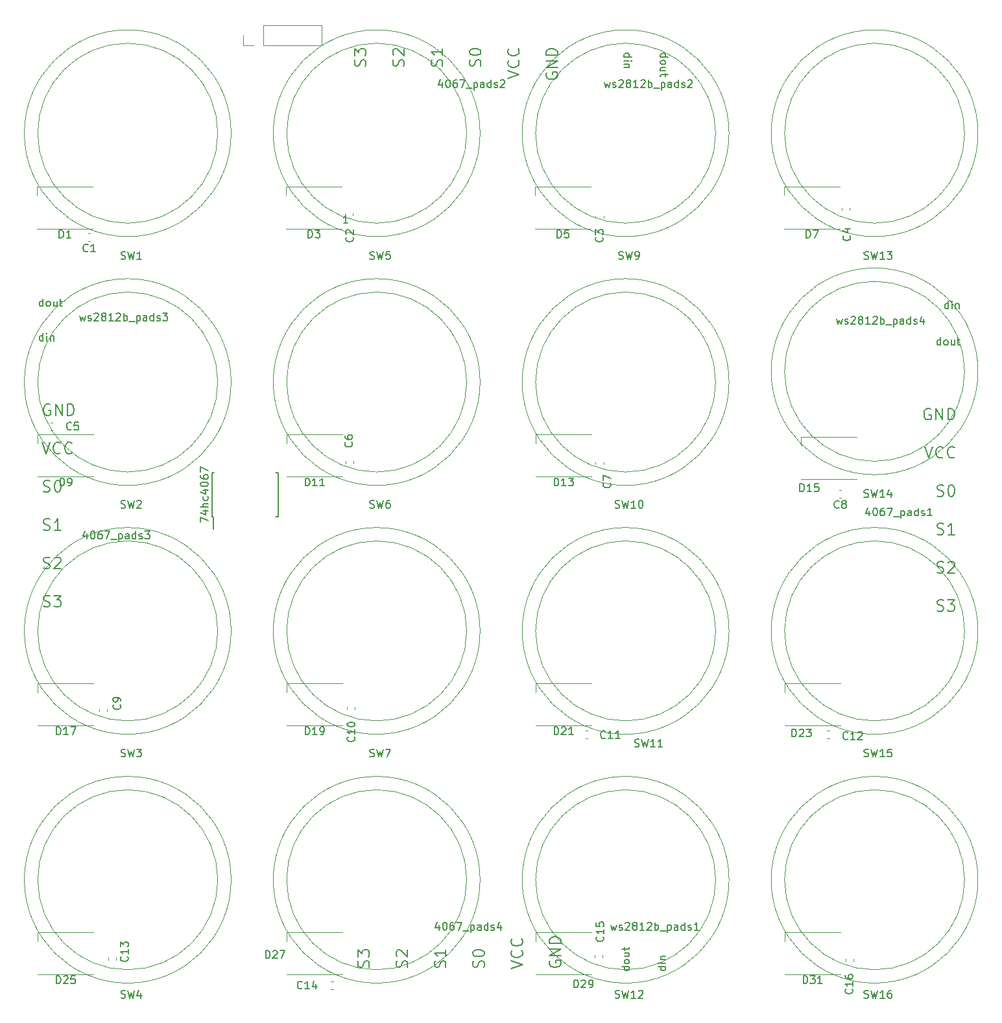
<source format=gbr>
%TF.GenerationSoftware,KiCad,Pcbnew,(5.1.7-0-10_14)*%
%TF.CreationDate,2020-11-04T15:25:09-03:00*%
%TF.ProjectId,Aracde button 24mm 4x4 - 3,41726163-6465-4206-9275-74746f6e2032,rev?*%
%TF.SameCoordinates,Original*%
%TF.FileFunction,Legend,Top*%
%TF.FilePolarity,Positive*%
%FSLAX46Y46*%
G04 Gerber Fmt 4.6, Leading zero omitted, Abs format (unit mm)*
G04 Created by KiCad (PCBNEW (5.1.7-0-10_14)) date 2020-11-04 15:25:09*
%MOMM*%
%LPD*%
G01*
G04 APERTURE LIST*
%ADD10C,0.200000*%
%ADD11C,0.150000*%
%ADD12C,0.120000*%
G04 APERTURE END LIST*
D10*
X61357142Y-101450000D02*
X61214285Y-101378571D01*
X61000000Y-101378571D01*
X60785714Y-101450000D01*
X60642857Y-101592857D01*
X60571428Y-101735714D01*
X60500000Y-102021428D01*
X60500000Y-102235714D01*
X60571428Y-102521428D01*
X60642857Y-102664285D01*
X60785714Y-102807142D01*
X61000000Y-102878571D01*
X61142857Y-102878571D01*
X61357142Y-102807142D01*
X61428571Y-102735714D01*
X61428571Y-102235714D01*
X61142857Y-102235714D01*
X62071428Y-102878571D02*
X62071428Y-101378571D01*
X62928571Y-102878571D01*
X62928571Y-101378571D01*
X63642857Y-102878571D02*
X63642857Y-101378571D01*
X64000000Y-101378571D01*
X64214285Y-101450000D01*
X64357142Y-101592857D01*
X64428571Y-101735714D01*
X64500000Y-102021428D01*
X64500000Y-102235714D01*
X64428571Y-102521428D01*
X64357142Y-102664285D01*
X64214285Y-102807142D01*
X64000000Y-102878571D01*
X63642857Y-102878571D01*
X60499999Y-127807142D02*
X60714285Y-127878571D01*
X61071428Y-127878571D01*
X61214285Y-127807142D01*
X61285714Y-127735714D01*
X61357142Y-127592857D01*
X61357142Y-127450000D01*
X61285714Y-127307142D01*
X61214285Y-127235714D01*
X61071428Y-127164285D01*
X60785714Y-127092857D01*
X60642857Y-127021428D01*
X60571428Y-126950000D01*
X60499999Y-126807142D01*
X60499999Y-126664285D01*
X60571428Y-126521428D01*
X60642857Y-126450000D01*
X60785714Y-126378571D01*
X61142857Y-126378571D01*
X61357142Y-126450000D01*
X61857142Y-126378571D02*
X62785714Y-126378571D01*
X62285714Y-126950000D01*
X62499999Y-126950000D01*
X62642857Y-127021428D01*
X62714285Y-127092857D01*
X62785714Y-127235714D01*
X62785714Y-127592857D01*
X62714285Y-127735714D01*
X62642857Y-127807142D01*
X62499999Y-127878571D01*
X62071428Y-127878571D01*
X61928571Y-127807142D01*
X61857142Y-127735714D01*
X60357143Y-106378571D02*
X60857143Y-107878571D01*
X61357143Y-106378571D01*
X62714285Y-107735714D02*
X62642857Y-107807142D01*
X62428571Y-107878571D01*
X62285714Y-107878571D01*
X62071428Y-107807142D01*
X61928571Y-107664285D01*
X61857143Y-107521428D01*
X61785714Y-107235714D01*
X61785714Y-107021428D01*
X61857143Y-106735714D01*
X61928571Y-106592857D01*
X62071428Y-106450000D01*
X62285714Y-106378571D01*
X62428571Y-106378571D01*
X62642857Y-106450000D01*
X62714285Y-106521428D01*
X64214285Y-107735714D02*
X64142857Y-107807142D01*
X63928571Y-107878571D01*
X63785714Y-107878571D01*
X63571428Y-107807142D01*
X63428571Y-107664285D01*
X63357143Y-107521428D01*
X63285714Y-107235714D01*
X63285714Y-107021428D01*
X63357143Y-106735714D01*
X63428571Y-106592857D01*
X63571428Y-106450000D01*
X63785714Y-106378571D01*
X63928571Y-106378571D01*
X64142857Y-106450000D01*
X64214285Y-106521428D01*
X60499999Y-117807142D02*
X60714285Y-117878571D01*
X61071428Y-117878571D01*
X61214285Y-117807142D01*
X61285714Y-117735714D01*
X61357142Y-117592857D01*
X61357142Y-117450000D01*
X61285714Y-117307142D01*
X61214285Y-117235714D01*
X61071428Y-117164285D01*
X60785714Y-117092857D01*
X60642857Y-117021428D01*
X60571428Y-116950000D01*
X60499999Y-116807142D01*
X60499999Y-116664285D01*
X60571428Y-116521428D01*
X60642857Y-116450000D01*
X60785714Y-116378571D01*
X61142857Y-116378571D01*
X61357142Y-116450000D01*
X62785714Y-117878571D02*
X61928571Y-117878571D01*
X62357142Y-117878571D02*
X62357142Y-116378571D01*
X62214285Y-116592857D01*
X62071428Y-116735714D01*
X61928571Y-116807142D01*
X60499999Y-122807142D02*
X60714285Y-122878571D01*
X61071428Y-122878571D01*
X61214285Y-122807142D01*
X61285714Y-122735714D01*
X61357142Y-122592857D01*
X61357142Y-122450000D01*
X61285714Y-122307142D01*
X61214285Y-122235714D01*
X61071428Y-122164285D01*
X60785714Y-122092857D01*
X60642857Y-122021428D01*
X60571428Y-121950000D01*
X60499999Y-121807142D01*
X60499999Y-121664285D01*
X60571428Y-121521428D01*
X60642857Y-121450000D01*
X60785714Y-121378571D01*
X61142857Y-121378571D01*
X61357142Y-121450000D01*
X61928571Y-121521428D02*
X61999999Y-121450000D01*
X62142857Y-121378571D01*
X62499999Y-121378571D01*
X62642857Y-121450000D01*
X62714285Y-121521428D01*
X62785714Y-121664285D01*
X62785714Y-121807142D01*
X62714285Y-122021428D01*
X61857142Y-122878571D01*
X62785714Y-122878571D01*
X60499999Y-112807142D02*
X60714285Y-112878571D01*
X61071428Y-112878571D01*
X61214285Y-112807142D01*
X61285714Y-112735714D01*
X61357142Y-112592857D01*
X61357142Y-112450000D01*
X61285714Y-112307142D01*
X61214285Y-112235714D01*
X61071428Y-112164285D01*
X60785714Y-112092857D01*
X60642857Y-112021428D01*
X60571428Y-111950000D01*
X60499999Y-111807142D01*
X60499999Y-111664285D01*
X60571428Y-111521428D01*
X60642857Y-111450000D01*
X60785714Y-111378571D01*
X61142857Y-111378571D01*
X61357142Y-111450000D01*
X62285714Y-111378571D02*
X62428571Y-111378571D01*
X62571428Y-111450000D01*
X62642857Y-111521428D01*
X62714285Y-111664285D01*
X62785714Y-111950000D01*
X62785714Y-112307142D01*
X62714285Y-112592857D01*
X62642857Y-112735714D01*
X62571428Y-112807142D01*
X62428571Y-112878571D01*
X62285714Y-112878571D01*
X62142857Y-112807142D01*
X62071428Y-112735714D01*
X61999999Y-112592857D01*
X61928571Y-112307142D01*
X61928571Y-111950000D01*
X61999999Y-111664285D01*
X62071428Y-111521428D01*
X62142857Y-111450000D01*
X62285714Y-111378571D01*
D11*
X141047619Y-56053809D02*
X142047619Y-56053809D01*
X141095238Y-56053809D02*
X141047619Y-55958571D01*
X141047619Y-55768095D01*
X141095238Y-55672857D01*
X141142857Y-55625238D01*
X141238095Y-55577619D01*
X141523809Y-55577619D01*
X141619047Y-55625238D01*
X141666666Y-55672857D01*
X141714285Y-55768095D01*
X141714285Y-55958571D01*
X141666666Y-56053809D01*
X141047619Y-56672857D02*
X141095238Y-56577619D01*
X141142857Y-56530000D01*
X141238095Y-56482380D01*
X141523809Y-56482380D01*
X141619047Y-56530000D01*
X141666666Y-56577619D01*
X141714285Y-56672857D01*
X141714285Y-56815714D01*
X141666666Y-56910952D01*
X141619047Y-56958571D01*
X141523809Y-57006190D01*
X141238095Y-57006190D01*
X141142857Y-56958571D01*
X141095238Y-56910952D01*
X141047619Y-56815714D01*
X141047619Y-56672857D01*
X141714285Y-57863333D02*
X141047619Y-57863333D01*
X141714285Y-57434761D02*
X141190476Y-57434761D01*
X141095238Y-57482380D01*
X141047619Y-57577619D01*
X141047619Y-57720476D01*
X141095238Y-57815714D01*
X141142857Y-57863333D01*
X141714285Y-58196666D02*
X141714285Y-58577619D01*
X142047619Y-58339523D02*
X141190476Y-58339523D01*
X141095238Y-58387142D01*
X141047619Y-58482380D01*
X141047619Y-58577619D01*
X136297619Y-56053809D02*
X137297619Y-56053809D01*
X136345238Y-56053809D02*
X136297619Y-55958571D01*
X136297619Y-55768095D01*
X136345238Y-55672857D01*
X136392857Y-55625238D01*
X136488095Y-55577619D01*
X136773809Y-55577619D01*
X136869047Y-55625238D01*
X136916666Y-55672857D01*
X136964285Y-55768095D01*
X136964285Y-55958571D01*
X136916666Y-56053809D01*
X136297619Y-56530000D02*
X136964285Y-56530000D01*
X137297619Y-56530000D02*
X137250000Y-56482380D01*
X137202380Y-56530000D01*
X137250000Y-56577619D01*
X137297619Y-56530000D01*
X137202380Y-56530000D01*
X136964285Y-57006190D02*
X136297619Y-57006190D01*
X136869047Y-57006190D02*
X136916666Y-57053809D01*
X136964285Y-57149047D01*
X136964285Y-57291904D01*
X136916666Y-57387142D01*
X136821428Y-57434761D01*
X136297619Y-57434761D01*
X136982380Y-174866190D02*
X135982380Y-174866190D01*
X136934761Y-174866190D02*
X136982380Y-174961428D01*
X136982380Y-175151904D01*
X136934761Y-175247142D01*
X136887142Y-175294761D01*
X136791904Y-175342380D01*
X136506190Y-175342380D01*
X136410952Y-175294761D01*
X136363333Y-175247142D01*
X136315714Y-175151904D01*
X136315714Y-174961428D01*
X136363333Y-174866190D01*
X136982380Y-174247142D02*
X136934761Y-174342380D01*
X136887142Y-174390000D01*
X136791904Y-174437619D01*
X136506190Y-174437619D01*
X136410952Y-174390000D01*
X136363333Y-174342380D01*
X136315714Y-174247142D01*
X136315714Y-174104285D01*
X136363333Y-174009047D01*
X136410952Y-173961428D01*
X136506190Y-173913809D01*
X136791904Y-173913809D01*
X136887142Y-173961428D01*
X136934761Y-174009047D01*
X136982380Y-174104285D01*
X136982380Y-174247142D01*
X136315714Y-173056666D02*
X136982380Y-173056666D01*
X136315714Y-173485238D02*
X136839523Y-173485238D01*
X136934761Y-173437619D01*
X136982380Y-173342380D01*
X136982380Y-173199523D01*
X136934761Y-173104285D01*
X136887142Y-173056666D01*
X136315714Y-172723333D02*
X136315714Y-172342380D01*
X135982380Y-172580476D02*
X136839523Y-172580476D01*
X136934761Y-172532857D01*
X136982380Y-172437619D01*
X136982380Y-172342380D01*
X141732380Y-174866190D02*
X140732380Y-174866190D01*
X141684761Y-174866190D02*
X141732380Y-174961428D01*
X141732380Y-175151904D01*
X141684761Y-175247142D01*
X141637142Y-175294761D01*
X141541904Y-175342380D01*
X141256190Y-175342380D01*
X141160952Y-175294761D01*
X141113333Y-175247142D01*
X141065714Y-175151904D01*
X141065714Y-174961428D01*
X141113333Y-174866190D01*
X141732380Y-174390000D02*
X141065714Y-174390000D01*
X140732380Y-174390000D02*
X140780000Y-174437619D01*
X140827619Y-174390000D01*
X140780000Y-174342380D01*
X140732380Y-174390000D01*
X140827619Y-174390000D01*
X141065714Y-173913809D02*
X141732380Y-173913809D01*
X141160952Y-173913809D02*
X141113333Y-173866190D01*
X141065714Y-173770952D01*
X141065714Y-173628095D01*
X141113333Y-173532857D01*
X141208571Y-173485238D01*
X141732380Y-173485238D01*
X178623809Y-88922380D02*
X178623809Y-87922380D01*
X178623809Y-88874761D02*
X178528571Y-88922380D01*
X178338095Y-88922380D01*
X178242857Y-88874761D01*
X178195238Y-88827142D01*
X178147619Y-88731904D01*
X178147619Y-88446190D01*
X178195238Y-88350952D01*
X178242857Y-88303333D01*
X178338095Y-88255714D01*
X178528571Y-88255714D01*
X178623809Y-88303333D01*
X179100000Y-88922380D02*
X179100000Y-88255714D01*
X179100000Y-87922380D02*
X179052380Y-87970000D01*
X179100000Y-88017619D01*
X179147619Y-87970000D01*
X179100000Y-87922380D01*
X179100000Y-88017619D01*
X179576190Y-88255714D02*
X179576190Y-88922380D01*
X179576190Y-88350952D02*
X179623809Y-88303333D01*
X179719047Y-88255714D01*
X179861904Y-88255714D01*
X179957142Y-88303333D01*
X180004761Y-88398571D01*
X180004761Y-88922380D01*
X177623809Y-93672380D02*
X177623809Y-92672380D01*
X177623809Y-93624761D02*
X177528571Y-93672380D01*
X177338095Y-93672380D01*
X177242857Y-93624761D01*
X177195238Y-93577142D01*
X177147619Y-93481904D01*
X177147619Y-93196190D01*
X177195238Y-93100952D01*
X177242857Y-93053333D01*
X177338095Y-93005714D01*
X177528571Y-93005714D01*
X177623809Y-93053333D01*
X178242857Y-93672380D02*
X178147619Y-93624761D01*
X178100000Y-93577142D01*
X178052380Y-93481904D01*
X178052380Y-93196190D01*
X178100000Y-93100952D01*
X178147619Y-93053333D01*
X178242857Y-93005714D01*
X178385714Y-93005714D01*
X178480952Y-93053333D01*
X178528571Y-93100952D01*
X178576190Y-93196190D01*
X178576190Y-93481904D01*
X178528571Y-93577142D01*
X178480952Y-93624761D01*
X178385714Y-93672380D01*
X178242857Y-93672380D01*
X179433333Y-93005714D02*
X179433333Y-93672380D01*
X179004761Y-93005714D02*
X179004761Y-93529523D01*
X179052380Y-93624761D01*
X179147619Y-93672380D01*
X179290476Y-93672380D01*
X179385714Y-93624761D01*
X179433333Y-93577142D01*
X179766666Y-93005714D02*
X180147619Y-93005714D01*
X179909523Y-92672380D02*
X179909523Y-93529523D01*
X179957142Y-93624761D01*
X180052380Y-93672380D01*
X180147619Y-93672380D01*
D10*
X107527142Y-57250000D02*
X107598571Y-57035714D01*
X107598571Y-56678571D01*
X107527142Y-56535714D01*
X107455714Y-56464285D01*
X107312857Y-56392857D01*
X107170000Y-56392857D01*
X107027142Y-56464285D01*
X106955714Y-56535714D01*
X106884285Y-56678571D01*
X106812857Y-56964285D01*
X106741428Y-57107143D01*
X106670000Y-57178571D01*
X106527142Y-57250000D01*
X106384285Y-57250000D01*
X106241428Y-57178571D01*
X106170000Y-57107143D01*
X106098571Y-56964285D01*
X106098571Y-56607143D01*
X106170000Y-56392857D01*
X106241428Y-55821428D02*
X106170000Y-55750000D01*
X106098571Y-55607143D01*
X106098571Y-55250000D01*
X106170000Y-55107143D01*
X106241428Y-55035714D01*
X106384285Y-54964285D01*
X106527142Y-54964285D01*
X106741428Y-55035714D01*
X107598571Y-55892857D01*
X107598571Y-54964285D01*
X121098571Y-58821428D02*
X122598571Y-58321428D01*
X121098571Y-57821428D01*
X122455714Y-56464285D02*
X122527142Y-56535713D01*
X122598571Y-56749999D01*
X122598571Y-56892856D01*
X122527142Y-57107142D01*
X122384285Y-57249999D01*
X122241428Y-57321428D01*
X121955714Y-57392856D01*
X121741428Y-57392856D01*
X121455714Y-57321428D01*
X121312857Y-57249999D01*
X121170000Y-57107142D01*
X121098571Y-56892856D01*
X121098571Y-56749999D01*
X121170000Y-56535713D01*
X121241428Y-56464285D01*
X122455714Y-54964285D02*
X122527142Y-55035713D01*
X122598571Y-55249999D01*
X122598571Y-55392856D01*
X122527142Y-55607142D01*
X122384285Y-55749999D01*
X122241428Y-55821428D01*
X121955714Y-55892856D01*
X121741428Y-55892856D01*
X121455714Y-55821428D01*
X121312857Y-55749999D01*
X121170000Y-55607142D01*
X121098571Y-55392856D01*
X121098571Y-55249999D01*
X121170000Y-55035713D01*
X121241428Y-54964285D01*
X112527142Y-57250000D02*
X112598571Y-57035714D01*
X112598571Y-56678571D01*
X112527142Y-56535714D01*
X112455714Y-56464285D01*
X112312857Y-56392857D01*
X112170000Y-56392857D01*
X112027142Y-56464285D01*
X111955714Y-56535714D01*
X111884285Y-56678571D01*
X111812857Y-56964285D01*
X111741428Y-57107143D01*
X111670000Y-57178571D01*
X111527142Y-57250000D01*
X111384285Y-57250000D01*
X111241428Y-57178571D01*
X111170000Y-57107143D01*
X111098571Y-56964285D01*
X111098571Y-56607143D01*
X111170000Y-56392857D01*
X112598571Y-54964285D02*
X112598571Y-55821428D01*
X112598571Y-55392857D02*
X111098571Y-55392857D01*
X111312857Y-55535714D01*
X111455714Y-55678571D01*
X111527142Y-55821428D01*
X102527142Y-57250000D02*
X102598571Y-57035714D01*
X102598571Y-56678571D01*
X102527142Y-56535714D01*
X102455714Y-56464285D01*
X102312857Y-56392857D01*
X102170000Y-56392857D01*
X102027142Y-56464285D01*
X101955714Y-56535714D01*
X101884285Y-56678571D01*
X101812857Y-56964285D01*
X101741428Y-57107143D01*
X101670000Y-57178571D01*
X101527142Y-57250000D01*
X101384285Y-57250000D01*
X101241428Y-57178571D01*
X101170000Y-57107143D01*
X101098571Y-56964285D01*
X101098571Y-56607143D01*
X101170000Y-56392857D01*
X101098571Y-55892857D02*
X101098571Y-54964285D01*
X101670000Y-55464285D01*
X101670000Y-55250000D01*
X101741428Y-55107143D01*
X101812857Y-55035714D01*
X101955714Y-54964285D01*
X102312857Y-54964285D01*
X102455714Y-55035714D01*
X102527142Y-55107143D01*
X102598571Y-55250000D01*
X102598571Y-55678571D01*
X102527142Y-55821428D01*
X102455714Y-55892857D01*
X117527142Y-57250000D02*
X117598571Y-57035714D01*
X117598571Y-56678571D01*
X117527142Y-56535714D01*
X117455714Y-56464285D01*
X117312857Y-56392857D01*
X117170000Y-56392857D01*
X117027142Y-56464285D01*
X116955714Y-56535714D01*
X116884285Y-56678571D01*
X116812857Y-56964285D01*
X116741428Y-57107143D01*
X116670000Y-57178571D01*
X116527142Y-57250000D01*
X116384285Y-57250000D01*
X116241428Y-57178571D01*
X116170000Y-57107143D01*
X116098571Y-56964285D01*
X116098571Y-56607143D01*
X116170000Y-56392857D01*
X116098571Y-55464285D02*
X116098571Y-55321428D01*
X116170000Y-55178571D01*
X116241428Y-55107143D01*
X116384285Y-55035714D01*
X116670000Y-54964285D01*
X117027142Y-54964285D01*
X117312857Y-55035714D01*
X117455714Y-55107143D01*
X117527142Y-55178571D01*
X117598571Y-55321428D01*
X117598571Y-55464285D01*
X117527142Y-55607143D01*
X117455714Y-55678571D01*
X117312857Y-55750000D01*
X117027142Y-55821428D01*
X116670000Y-55821428D01*
X116384285Y-55750000D01*
X116241428Y-55678571D01*
X116170000Y-55607143D01*
X116098571Y-55464285D01*
X126170000Y-58107143D02*
X126098571Y-58250000D01*
X126098571Y-58464286D01*
X126170000Y-58678571D01*
X126312857Y-58821428D01*
X126455714Y-58892857D01*
X126741428Y-58964286D01*
X126955714Y-58964286D01*
X127241428Y-58892857D01*
X127384285Y-58821428D01*
X127527142Y-58678571D01*
X127598571Y-58464286D01*
X127598571Y-58321428D01*
X127527142Y-58107143D01*
X127455714Y-58035714D01*
X126955714Y-58035714D01*
X126955714Y-58321428D01*
X127598571Y-57392857D02*
X126098571Y-57392857D01*
X127598571Y-56535714D01*
X126098571Y-56535714D01*
X127598571Y-55821428D02*
X126098571Y-55821428D01*
X126098571Y-55464286D01*
X126170000Y-55250000D01*
X126312857Y-55107143D01*
X126455714Y-55035714D01*
X126741428Y-54964286D01*
X126955714Y-54964286D01*
X127241428Y-55035714D01*
X127384285Y-55107143D01*
X127527142Y-55250000D01*
X127598571Y-55464286D01*
X127598571Y-55821428D01*
X177154285Y-113347142D02*
X177368571Y-113418571D01*
X177725714Y-113418571D01*
X177868571Y-113347142D01*
X177940000Y-113275714D01*
X178011428Y-113132857D01*
X178011428Y-112990000D01*
X177940000Y-112847142D01*
X177868571Y-112775714D01*
X177725714Y-112704285D01*
X177440000Y-112632857D01*
X177297143Y-112561428D01*
X177225714Y-112490000D01*
X177154285Y-112347142D01*
X177154285Y-112204285D01*
X177225714Y-112061428D01*
X177297143Y-111990000D01*
X177440000Y-111918571D01*
X177797143Y-111918571D01*
X178011428Y-111990000D01*
X178940000Y-111918571D02*
X179082857Y-111918571D01*
X179225714Y-111990000D01*
X179297143Y-112061428D01*
X179368571Y-112204285D01*
X179440000Y-112490000D01*
X179440000Y-112847142D01*
X179368571Y-113132857D01*
X179297143Y-113275714D01*
X179225714Y-113347142D01*
X179082857Y-113418571D01*
X178940000Y-113418571D01*
X178797143Y-113347142D01*
X178725714Y-113275714D01*
X178654285Y-113132857D01*
X178582857Y-112847142D01*
X178582857Y-112490000D01*
X178654285Y-112204285D01*
X178725714Y-112061428D01*
X178797143Y-111990000D01*
X178940000Y-111918571D01*
X177154285Y-123347142D02*
X177368571Y-123418571D01*
X177725714Y-123418571D01*
X177868571Y-123347142D01*
X177940000Y-123275714D01*
X178011428Y-123132857D01*
X178011428Y-122990000D01*
X177940000Y-122847142D01*
X177868571Y-122775714D01*
X177725714Y-122704285D01*
X177440000Y-122632857D01*
X177297143Y-122561428D01*
X177225714Y-122490000D01*
X177154285Y-122347142D01*
X177154285Y-122204285D01*
X177225714Y-122061428D01*
X177297143Y-121990000D01*
X177440000Y-121918571D01*
X177797143Y-121918571D01*
X178011428Y-121990000D01*
X178582857Y-122061428D02*
X178654285Y-121990000D01*
X178797143Y-121918571D01*
X179154285Y-121918571D01*
X179297143Y-121990000D01*
X179368571Y-122061428D01*
X179440000Y-122204285D01*
X179440000Y-122347142D01*
X179368571Y-122561428D01*
X178511428Y-123418571D01*
X179440000Y-123418571D01*
X177154285Y-118347142D02*
X177368571Y-118418571D01*
X177725714Y-118418571D01*
X177868571Y-118347142D01*
X177940000Y-118275714D01*
X178011428Y-118132857D01*
X178011428Y-117990000D01*
X177940000Y-117847142D01*
X177868571Y-117775714D01*
X177725714Y-117704285D01*
X177440000Y-117632857D01*
X177297143Y-117561428D01*
X177225714Y-117490000D01*
X177154285Y-117347142D01*
X177154285Y-117204285D01*
X177225714Y-117061428D01*
X177297143Y-116990000D01*
X177440000Y-116918571D01*
X177797143Y-116918571D01*
X178011428Y-116990000D01*
X179440000Y-118418571D02*
X178582857Y-118418571D01*
X179011428Y-118418571D02*
X179011428Y-116918571D01*
X178868571Y-117132857D01*
X178725714Y-117275714D01*
X178582857Y-117347142D01*
X175582858Y-106918571D02*
X176082858Y-108418571D01*
X176582858Y-106918571D01*
X177940000Y-108275714D02*
X177868572Y-108347142D01*
X177654286Y-108418571D01*
X177511429Y-108418571D01*
X177297143Y-108347142D01*
X177154286Y-108204285D01*
X177082858Y-108061428D01*
X177011429Y-107775714D01*
X177011429Y-107561428D01*
X177082858Y-107275714D01*
X177154286Y-107132857D01*
X177297143Y-106990000D01*
X177511429Y-106918571D01*
X177654286Y-106918571D01*
X177868572Y-106990000D01*
X177940000Y-107061428D01*
X179440000Y-108275714D02*
X179368572Y-108347142D01*
X179154286Y-108418571D01*
X179011429Y-108418571D01*
X178797143Y-108347142D01*
X178654286Y-108204285D01*
X178582858Y-108061428D01*
X178511429Y-107775714D01*
X178511429Y-107561428D01*
X178582858Y-107275714D01*
X178654286Y-107132857D01*
X178797143Y-106990000D01*
X179011429Y-106918571D01*
X179154286Y-106918571D01*
X179368572Y-106990000D01*
X179440000Y-107061428D01*
X177154285Y-128347142D02*
X177368571Y-128418571D01*
X177725714Y-128418571D01*
X177868571Y-128347142D01*
X177940000Y-128275714D01*
X178011428Y-128132857D01*
X178011428Y-127990000D01*
X177940000Y-127847142D01*
X177868571Y-127775714D01*
X177725714Y-127704285D01*
X177440000Y-127632857D01*
X177297143Y-127561428D01*
X177225714Y-127490000D01*
X177154285Y-127347142D01*
X177154285Y-127204285D01*
X177225714Y-127061428D01*
X177297143Y-126990000D01*
X177440000Y-126918571D01*
X177797143Y-126918571D01*
X178011428Y-126990000D01*
X178511428Y-126918571D02*
X179440000Y-126918571D01*
X178940000Y-127490000D01*
X179154285Y-127490000D01*
X179297143Y-127561428D01*
X179368571Y-127632857D01*
X179440000Y-127775714D01*
X179440000Y-128132857D01*
X179368571Y-128275714D01*
X179297143Y-128347142D01*
X179154285Y-128418571D01*
X178725714Y-128418571D01*
X178582857Y-128347142D01*
X178511428Y-128275714D01*
X176297142Y-101990000D02*
X176154285Y-101918571D01*
X175940000Y-101918571D01*
X175725714Y-101990000D01*
X175582857Y-102132857D01*
X175511428Y-102275714D01*
X175440000Y-102561428D01*
X175440000Y-102775714D01*
X175511428Y-103061428D01*
X175582857Y-103204285D01*
X175725714Y-103347142D01*
X175940000Y-103418571D01*
X176082857Y-103418571D01*
X176297142Y-103347142D01*
X176368571Y-103275714D01*
X176368571Y-102775714D01*
X176082857Y-102775714D01*
X177011428Y-103418571D02*
X177011428Y-101918571D01*
X177868571Y-103418571D01*
X177868571Y-101918571D01*
X178582857Y-103418571D02*
X178582857Y-101918571D01*
X178940000Y-101918571D01*
X179154285Y-101990000D01*
X179297142Y-102132857D01*
X179368571Y-102275714D01*
X179440000Y-102561428D01*
X179440000Y-102775714D01*
X179368571Y-103061428D01*
X179297142Y-103204285D01*
X179154285Y-103347142D01*
X178940000Y-103418571D01*
X178582857Y-103418571D01*
X112957142Y-174945714D02*
X113028571Y-174731428D01*
X113028571Y-174374285D01*
X112957142Y-174231428D01*
X112885714Y-174159999D01*
X112742857Y-174088571D01*
X112600000Y-174088571D01*
X112457142Y-174159999D01*
X112385714Y-174231428D01*
X112314285Y-174374285D01*
X112242857Y-174659999D01*
X112171428Y-174802857D01*
X112100000Y-174874285D01*
X111957142Y-174945714D01*
X111814285Y-174945714D01*
X111671428Y-174874285D01*
X111600000Y-174802857D01*
X111528571Y-174659999D01*
X111528571Y-174302857D01*
X111600000Y-174088571D01*
X113028571Y-172659999D02*
X113028571Y-173517142D01*
X113028571Y-173088571D02*
X111528571Y-173088571D01*
X111742857Y-173231428D01*
X111885714Y-173374285D01*
X111957142Y-173517142D01*
X107957142Y-174945714D02*
X108028571Y-174731428D01*
X108028571Y-174374285D01*
X107957142Y-174231428D01*
X107885714Y-174159999D01*
X107742857Y-174088571D01*
X107600000Y-174088571D01*
X107457142Y-174159999D01*
X107385714Y-174231428D01*
X107314285Y-174374285D01*
X107242857Y-174659999D01*
X107171428Y-174802857D01*
X107100000Y-174874285D01*
X106957142Y-174945714D01*
X106814285Y-174945714D01*
X106671428Y-174874285D01*
X106600000Y-174802857D01*
X106528571Y-174659999D01*
X106528571Y-174302857D01*
X106600000Y-174088571D01*
X106671428Y-173517142D02*
X106600000Y-173445714D01*
X106528571Y-173302857D01*
X106528571Y-172945714D01*
X106600000Y-172802857D01*
X106671428Y-172731428D01*
X106814285Y-172659999D01*
X106957142Y-172659999D01*
X107171428Y-172731428D01*
X108028571Y-173588571D01*
X108028571Y-172659999D01*
X102957142Y-174945714D02*
X103028571Y-174731428D01*
X103028571Y-174374285D01*
X102957142Y-174231428D01*
X102885714Y-174159999D01*
X102742857Y-174088571D01*
X102600000Y-174088571D01*
X102457142Y-174159999D01*
X102385714Y-174231428D01*
X102314285Y-174374285D01*
X102242857Y-174659999D01*
X102171428Y-174802857D01*
X102100000Y-174874285D01*
X101957142Y-174945714D01*
X101814285Y-174945714D01*
X101671428Y-174874285D01*
X101600000Y-174802857D01*
X101528571Y-174659999D01*
X101528571Y-174302857D01*
X101600000Y-174088571D01*
X101528571Y-173588571D02*
X101528571Y-172659999D01*
X102100000Y-173159999D01*
X102100000Y-172945714D01*
X102171428Y-172802857D01*
X102242857Y-172731428D01*
X102385714Y-172659999D01*
X102742857Y-172659999D01*
X102885714Y-172731428D01*
X102957142Y-172802857D01*
X103028571Y-172945714D01*
X103028571Y-173374285D01*
X102957142Y-173517142D01*
X102885714Y-173588571D01*
X117957142Y-174945714D02*
X118028571Y-174731428D01*
X118028571Y-174374285D01*
X117957142Y-174231428D01*
X117885714Y-174159999D01*
X117742857Y-174088571D01*
X117600000Y-174088571D01*
X117457142Y-174159999D01*
X117385714Y-174231428D01*
X117314285Y-174374285D01*
X117242857Y-174659999D01*
X117171428Y-174802857D01*
X117100000Y-174874285D01*
X116957142Y-174945714D01*
X116814285Y-174945714D01*
X116671428Y-174874285D01*
X116600000Y-174802857D01*
X116528571Y-174659999D01*
X116528571Y-174302857D01*
X116600000Y-174088571D01*
X116528571Y-173159999D02*
X116528571Y-173017142D01*
X116600000Y-172874285D01*
X116671428Y-172802857D01*
X116814285Y-172731428D01*
X117100000Y-172659999D01*
X117457142Y-172659999D01*
X117742857Y-172731428D01*
X117885714Y-172802857D01*
X117957142Y-172874285D01*
X118028571Y-173017142D01*
X118028571Y-173159999D01*
X117957142Y-173302857D01*
X117885714Y-173374285D01*
X117742857Y-173445714D01*
X117457142Y-173517142D01*
X117100000Y-173517142D01*
X116814285Y-173445714D01*
X116671428Y-173374285D01*
X116600000Y-173302857D01*
X116528571Y-173159999D01*
X126600000Y-174088571D02*
X126528571Y-174231428D01*
X126528571Y-174445714D01*
X126600000Y-174659999D01*
X126742857Y-174802856D01*
X126885714Y-174874285D01*
X127171428Y-174945714D01*
X127385714Y-174945714D01*
X127671428Y-174874285D01*
X127814285Y-174802856D01*
X127957142Y-174659999D01*
X128028571Y-174445714D01*
X128028571Y-174302856D01*
X127957142Y-174088571D01*
X127885714Y-174017142D01*
X127385714Y-174017142D01*
X127385714Y-174302856D01*
X128028571Y-173374285D02*
X126528571Y-173374285D01*
X128028571Y-172517142D01*
X126528571Y-172517142D01*
X128028571Y-171802856D02*
X126528571Y-171802856D01*
X126528571Y-171445714D01*
X126600000Y-171231428D01*
X126742857Y-171088571D01*
X126885714Y-171017142D01*
X127171428Y-170945714D01*
X127385714Y-170945714D01*
X127671428Y-171017142D01*
X127814285Y-171088571D01*
X127957142Y-171231428D01*
X128028571Y-171445714D01*
X128028571Y-171802856D01*
X121528571Y-175088571D02*
X123028571Y-174588571D01*
X121528571Y-174088571D01*
X122885714Y-172731428D02*
X122957142Y-172802856D01*
X123028571Y-173017142D01*
X123028571Y-173159999D01*
X122957142Y-173374285D01*
X122814285Y-173517142D01*
X122671428Y-173588571D01*
X122385714Y-173659999D01*
X122171428Y-173659999D01*
X121885714Y-173588571D01*
X121742857Y-173517142D01*
X121600000Y-173374285D01*
X121528571Y-173159999D01*
X121528571Y-173017142D01*
X121600000Y-172802856D01*
X121671428Y-172731428D01*
X122885714Y-171231428D02*
X122957142Y-171302856D01*
X123028571Y-171517142D01*
X123028571Y-171659999D01*
X122957142Y-171874285D01*
X122814285Y-172017142D01*
X122671428Y-172088571D01*
X122385714Y-172159999D01*
X122171428Y-172159999D01*
X121885714Y-172088571D01*
X121742857Y-172017142D01*
X121600000Y-171874285D01*
X121528571Y-171659999D01*
X121528571Y-171517142D01*
X121600000Y-171302856D01*
X121671428Y-171231428D01*
D11*
X60433809Y-88602380D02*
X60433809Y-87602380D01*
X60433809Y-88554761D02*
X60338571Y-88602380D01*
X60148095Y-88602380D01*
X60052857Y-88554761D01*
X60005238Y-88507142D01*
X59957619Y-88411904D01*
X59957619Y-88126190D01*
X60005238Y-88030952D01*
X60052857Y-87983333D01*
X60148095Y-87935714D01*
X60338571Y-87935714D01*
X60433809Y-87983333D01*
X61052857Y-88602380D02*
X60957619Y-88554761D01*
X60910000Y-88507142D01*
X60862380Y-88411904D01*
X60862380Y-88126190D01*
X60910000Y-88030952D01*
X60957619Y-87983333D01*
X61052857Y-87935714D01*
X61195714Y-87935714D01*
X61290952Y-87983333D01*
X61338571Y-88030952D01*
X61386190Y-88126190D01*
X61386190Y-88411904D01*
X61338571Y-88507142D01*
X61290952Y-88554761D01*
X61195714Y-88602380D01*
X61052857Y-88602380D01*
X62243333Y-87935714D02*
X62243333Y-88602380D01*
X61814761Y-87935714D02*
X61814761Y-88459523D01*
X61862380Y-88554761D01*
X61957619Y-88602380D01*
X62100476Y-88602380D01*
X62195714Y-88554761D01*
X62243333Y-88507142D01*
X62576666Y-87935714D02*
X62957619Y-87935714D01*
X62719523Y-87602380D02*
X62719523Y-88459523D01*
X62767142Y-88554761D01*
X62862380Y-88602380D01*
X62957619Y-88602380D01*
X60433809Y-93102380D02*
X60433809Y-92102380D01*
X60433809Y-93054761D02*
X60338571Y-93102380D01*
X60148095Y-93102380D01*
X60052857Y-93054761D01*
X60005238Y-93007142D01*
X59957619Y-92911904D01*
X59957619Y-92626190D01*
X60005238Y-92530952D01*
X60052857Y-92483333D01*
X60148095Y-92435714D01*
X60338571Y-92435714D01*
X60433809Y-92483333D01*
X60910000Y-93102380D02*
X60910000Y-92435714D01*
X60910000Y-92102380D02*
X60862380Y-92150000D01*
X60910000Y-92197619D01*
X60957619Y-92150000D01*
X60910000Y-92102380D01*
X60910000Y-92197619D01*
X61386190Y-92435714D02*
X61386190Y-93102380D01*
X61386190Y-92530952D02*
X61433809Y-92483333D01*
X61529047Y-92435714D01*
X61671904Y-92435714D01*
X61767142Y-92483333D01*
X61814761Y-92578571D01*
X61814761Y-93102380D01*
D12*
%TO.C,SW7*%
X115752659Y-131000000D02*
G75*
G03*
X115752659Y-131000000I-11752659J0D01*
G01*
X117500000Y-131000000D02*
G75*
G03*
X117500000Y-131000000I-13500000J0D01*
G01*
%TO.C,SW2*%
X83252659Y-98500000D02*
G75*
G03*
X83252659Y-98500000I-11752659J0D01*
G01*
X85000000Y-98500000D02*
G75*
G03*
X85000000Y-98500000I-13500000J0D01*
G01*
%TO.C,SW5*%
X115752659Y-66000000D02*
G75*
G03*
X115752659Y-66000000I-11752659J0D01*
G01*
X117500000Y-66000000D02*
G75*
G03*
X117500000Y-66000000I-13500000J0D01*
G01*
%TO.C,SW16*%
X180752659Y-163500000D02*
G75*
G03*
X180752659Y-163500000I-11752659J0D01*
G01*
X182500000Y-163500000D02*
G75*
G03*
X182500000Y-163500000I-13500000J0D01*
G01*
%TO.C,SW6*%
X115752659Y-98500000D02*
G75*
G03*
X115752659Y-98500000I-11752659J0D01*
G01*
X117500000Y-98500000D02*
G75*
G03*
X117500000Y-98500000I-13500000J0D01*
G01*
%TO.C,SW1*%
X83252659Y-66000000D02*
G75*
G03*
X83252659Y-66000000I-11752659J0D01*
G01*
X85000000Y-66000000D02*
G75*
G03*
X85000000Y-66000000I-13500000J0D01*
G01*
%TO.C,D1*%
X59650000Y-72950000D02*
X59650000Y-74100000D01*
X66950000Y-72950000D02*
X59650000Y-72950000D01*
X66950000Y-78450000D02*
X59650000Y-78450000D01*
%TO.C,SW3*%
X83252659Y-131000000D02*
G75*
G03*
X83252659Y-131000000I-11752659J0D01*
G01*
X85000000Y-131000000D02*
G75*
G03*
X85000000Y-131000000I-13500000J0D01*
G01*
%TO.C,SW4*%
X83252659Y-163500000D02*
G75*
G03*
X83252659Y-163500000I-11752659J0D01*
G01*
X85000000Y-163500000D02*
G75*
G03*
X85000000Y-163500000I-13500000J0D01*
G01*
%TO.C,SW8*%
X115752659Y-163500000D02*
G75*
G03*
X115752659Y-163500000I-11752659J0D01*
G01*
X117500000Y-163500000D02*
G75*
G03*
X117500000Y-163500000I-13500000J0D01*
G01*
%TO.C,SW9*%
X148252659Y-66000000D02*
G75*
G03*
X148252659Y-66000000I-11752659J0D01*
G01*
X150000000Y-66000000D02*
G75*
G03*
X150000000Y-66000000I-13500000J0D01*
G01*
%TO.C,SW10*%
X148252659Y-98500000D02*
G75*
G03*
X148252659Y-98500000I-11752659J0D01*
G01*
X150000000Y-98500000D02*
G75*
G03*
X150000000Y-98500000I-13500000J0D01*
G01*
%TO.C,SW11*%
X148252659Y-131000000D02*
G75*
G03*
X148252659Y-131000000I-11752659J0D01*
G01*
X150000000Y-131000000D02*
G75*
G03*
X150000000Y-131000000I-13500000J0D01*
G01*
%TO.C,SW12*%
X148252659Y-163500000D02*
G75*
G03*
X148252659Y-163500000I-11752659J0D01*
G01*
X150000000Y-163500000D02*
G75*
G03*
X150000000Y-163500000I-13500000J0D01*
G01*
%TO.C,SW13*%
X180752659Y-66000000D02*
G75*
G03*
X180752659Y-66000000I-11752659J0D01*
G01*
X182500000Y-66000000D02*
G75*
G03*
X182500000Y-66000000I-13500000J0D01*
G01*
%TO.C,SW14*%
X180752659Y-97100000D02*
G75*
G03*
X180752659Y-97100000I-11752659J0D01*
G01*
X182500000Y-97100000D02*
G75*
G03*
X182500000Y-97100000I-13500000J0D01*
G01*
%TO.C,SW15*%
X180752659Y-131000000D02*
G75*
G03*
X180752659Y-131000000I-11752659J0D01*
G01*
X182500000Y-131000000D02*
G75*
G03*
X182500000Y-131000000I-13500000J0D01*
G01*
%TO.C,D5*%
X131950000Y-78450000D02*
X124650000Y-78450000D01*
X131950000Y-72950000D02*
X124650000Y-72950000D01*
X124650000Y-72950000D02*
X124650000Y-74100000D01*
%TO.C,D9*%
X59750000Y-105350000D02*
X59750000Y-106500000D01*
X67050000Y-105350000D02*
X59750000Y-105350000D01*
X67050000Y-110850000D02*
X59750000Y-110850000D01*
%TO.C,D13*%
X124750000Y-105350000D02*
X124750000Y-106500000D01*
X132050000Y-105350000D02*
X124750000Y-105350000D01*
X132050000Y-110850000D02*
X124750000Y-110850000D01*
%TO.C,D3*%
X92150000Y-72950000D02*
X92150000Y-74100000D01*
X99450000Y-72950000D02*
X92150000Y-72950000D01*
X99450000Y-78450000D02*
X92150000Y-78450000D01*
%TO.C,D7*%
X164450000Y-78450000D02*
X157150000Y-78450000D01*
X164450000Y-72950000D02*
X157150000Y-72950000D01*
X157150000Y-72950000D02*
X157150000Y-74100000D01*
%TO.C,D11*%
X92250000Y-105350000D02*
X92250000Y-106500000D01*
X99550000Y-105350000D02*
X92250000Y-105350000D01*
X99550000Y-110850000D02*
X92250000Y-110850000D01*
%TO.C,D15*%
X159350000Y-105650000D02*
X159350000Y-106800000D01*
X166650000Y-105650000D02*
X159350000Y-105650000D01*
X166650000Y-111150000D02*
X159350000Y-111150000D01*
%TO.C,D17*%
X59750000Y-137850000D02*
X59750000Y-139000000D01*
X67050000Y-137850000D02*
X59750000Y-137850000D01*
X67050000Y-143350000D02*
X59750000Y-143350000D01*
%TO.C,D21*%
X132050000Y-143350000D02*
X124750000Y-143350000D01*
X132050000Y-137850000D02*
X124750000Y-137850000D01*
X124750000Y-137850000D02*
X124750000Y-139000000D01*
%TO.C,D25*%
X59750000Y-170350000D02*
X59750000Y-171500000D01*
X67050000Y-170350000D02*
X59750000Y-170350000D01*
X67050000Y-175850000D02*
X59750000Y-175850000D01*
%TO.C,D29*%
X124750000Y-170350000D02*
X124750000Y-171500000D01*
X132050000Y-170350000D02*
X124750000Y-170350000D01*
X132050000Y-175850000D02*
X124750000Y-175850000D01*
%TO.C,D19*%
X92250000Y-137850000D02*
X92250000Y-139000000D01*
X99550000Y-137850000D02*
X92250000Y-137850000D01*
X99550000Y-143350000D02*
X92250000Y-143350000D01*
%TO.C,D23*%
X157250000Y-137850000D02*
X157250000Y-139000000D01*
X164550000Y-137850000D02*
X157250000Y-137850000D01*
X164550000Y-143350000D02*
X157250000Y-143350000D01*
%TO.C,D27*%
X92250000Y-170350000D02*
X92250000Y-171500000D01*
X99550000Y-170350000D02*
X92250000Y-170350000D01*
X99550000Y-175850000D02*
X92250000Y-175850000D01*
%TO.C,D31*%
X164550000Y-175850000D02*
X157250000Y-175850000D01*
X164550000Y-170350000D02*
X157250000Y-170350000D01*
X157250000Y-170350000D02*
X157250000Y-171500000D01*
%TO.C,C1*%
X66615580Y-79090000D02*
X66334420Y-79090000D01*
X66615580Y-80110000D02*
X66334420Y-80110000D01*
%TO.C,C2*%
X99890000Y-76740580D02*
X99890000Y-76459420D01*
X100910000Y-76740580D02*
X100910000Y-76459420D01*
%TO.C,C3*%
X132590000Y-77040580D02*
X132590000Y-76759420D01*
X133610000Y-77040580D02*
X133610000Y-76759420D01*
%TO.C,C4*%
X164690000Y-76040580D02*
X164690000Y-75759420D01*
X165710000Y-76040580D02*
X165710000Y-75759420D01*
%TO.C,C5*%
X61715580Y-104810000D02*
X61434420Y-104810000D01*
X61715580Y-103790000D02*
X61434420Y-103790000D01*
%TO.C,C6*%
X100990000Y-109125580D02*
X100990000Y-108844420D01*
X99970000Y-109125580D02*
X99970000Y-108844420D01*
%TO.C,C7*%
X133610000Y-109215580D02*
X133610000Y-108934420D01*
X132590000Y-109215580D02*
X132590000Y-108934420D01*
%TO.C,C8*%
X164655580Y-112590000D02*
X164374420Y-112590000D01*
X164655580Y-113610000D02*
X164374420Y-113610000D01*
%TO.C,C9*%
X68805000Y-141510580D02*
X68805000Y-141229420D01*
X67785000Y-141510580D02*
X67785000Y-141229420D01*
%TO.C,C10*%
X101110000Y-141215580D02*
X101110000Y-140934420D01*
X100090000Y-141215580D02*
X100090000Y-140934420D01*
%TO.C,C11*%
X131284420Y-145010000D02*
X131565580Y-145010000D01*
X131284420Y-143990000D02*
X131565580Y-143990000D01*
%TO.C,C12*%
X163075580Y-145030000D02*
X162794420Y-145030000D01*
X163075580Y-144010000D02*
X162794420Y-144010000D01*
%TO.C,C13*%
X68990000Y-173965580D02*
X68990000Y-173684420D01*
X70010000Y-173965580D02*
X70010000Y-173684420D01*
%TO.C,C14*%
X98325580Y-177820000D02*
X98044420Y-177820000D01*
X98325580Y-176800000D02*
X98044420Y-176800000D01*
%TO.C,C15*%
X132490000Y-173640580D02*
X132490000Y-173359420D01*
X133510000Y-173640580D02*
X133510000Y-173359420D01*
%TO.C,C16*%
X166210000Y-174135580D02*
X166210000Y-173854420D01*
X165190000Y-174135580D02*
X165190000Y-173854420D01*
%TO.C,ws2812b_pins4*%
X96850000Y-54530000D02*
X96850000Y-51870000D01*
X89170000Y-54530000D02*
X96850000Y-54530000D01*
X89170000Y-51870000D02*
X96850000Y-51870000D01*
X89170000Y-54530000D02*
X89170000Y-51870000D01*
X87900000Y-54530000D02*
X86570000Y-54530000D01*
X86570000Y-54530000D02*
X86570000Y-53200000D01*
D11*
%TO.C,74hc4067*%
X82700000Y-116075000D02*
X82700000Y-117675000D01*
X91125000Y-116075000D02*
X91125000Y-110325000D01*
X82475000Y-116075000D02*
X82475000Y-110325000D01*
X91125000Y-116075000D02*
X90825000Y-116075000D01*
X91125000Y-110325000D02*
X90825000Y-110325000D01*
X82475000Y-110325000D02*
X82775000Y-110325000D01*
X82475000Y-116075000D02*
X82700000Y-116075000D01*
%TO.C,SW7*%
X103116666Y-147404761D02*
X103259523Y-147452380D01*
X103497619Y-147452380D01*
X103592857Y-147404761D01*
X103640476Y-147357142D01*
X103688095Y-147261904D01*
X103688095Y-147166666D01*
X103640476Y-147071428D01*
X103592857Y-147023809D01*
X103497619Y-146976190D01*
X103307142Y-146928571D01*
X103211904Y-146880952D01*
X103164285Y-146833333D01*
X103116666Y-146738095D01*
X103116666Y-146642857D01*
X103164285Y-146547619D01*
X103211904Y-146500000D01*
X103307142Y-146452380D01*
X103545238Y-146452380D01*
X103688095Y-146500000D01*
X104021428Y-146452380D02*
X104259523Y-147452380D01*
X104450000Y-146738095D01*
X104640476Y-147452380D01*
X104878571Y-146452380D01*
X105164285Y-146452380D02*
X105830952Y-146452380D01*
X105402380Y-147452380D01*
%TO.C,SW2*%
X70616666Y-114904761D02*
X70759523Y-114952380D01*
X70997619Y-114952380D01*
X71092857Y-114904761D01*
X71140476Y-114857142D01*
X71188095Y-114761904D01*
X71188095Y-114666666D01*
X71140476Y-114571428D01*
X71092857Y-114523809D01*
X70997619Y-114476190D01*
X70807142Y-114428571D01*
X70711904Y-114380952D01*
X70664285Y-114333333D01*
X70616666Y-114238095D01*
X70616666Y-114142857D01*
X70664285Y-114047619D01*
X70711904Y-114000000D01*
X70807142Y-113952380D01*
X71045238Y-113952380D01*
X71188095Y-114000000D01*
X71521428Y-113952380D02*
X71759523Y-114952380D01*
X71950000Y-114238095D01*
X72140476Y-114952380D01*
X72378571Y-113952380D01*
X72711904Y-114047619D02*
X72759523Y-114000000D01*
X72854761Y-113952380D01*
X73092857Y-113952380D01*
X73188095Y-114000000D01*
X73235714Y-114047619D01*
X73283333Y-114142857D01*
X73283333Y-114238095D01*
X73235714Y-114380952D01*
X72664285Y-114952380D01*
X73283333Y-114952380D01*
%TO.C,SW5*%
X103116666Y-82404761D02*
X103259523Y-82452380D01*
X103497619Y-82452380D01*
X103592857Y-82404761D01*
X103640476Y-82357142D01*
X103688095Y-82261904D01*
X103688095Y-82166666D01*
X103640476Y-82071428D01*
X103592857Y-82023809D01*
X103497619Y-81976190D01*
X103307142Y-81928571D01*
X103211904Y-81880952D01*
X103164285Y-81833333D01*
X103116666Y-81738095D01*
X103116666Y-81642857D01*
X103164285Y-81547619D01*
X103211904Y-81500000D01*
X103307142Y-81452380D01*
X103545238Y-81452380D01*
X103688095Y-81500000D01*
X104021428Y-81452380D02*
X104259523Y-82452380D01*
X104450000Y-81738095D01*
X104640476Y-82452380D01*
X104878571Y-81452380D01*
X105735714Y-81452380D02*
X105259523Y-81452380D01*
X105211904Y-81928571D01*
X105259523Y-81880952D01*
X105354761Y-81833333D01*
X105592857Y-81833333D01*
X105688095Y-81880952D01*
X105735714Y-81928571D01*
X105783333Y-82023809D01*
X105783333Y-82261904D01*
X105735714Y-82357142D01*
X105688095Y-82404761D01*
X105592857Y-82452380D01*
X105354761Y-82452380D01*
X105259523Y-82404761D01*
X105211904Y-82357142D01*
%TO.C,SW16*%
X167640476Y-178904761D02*
X167783333Y-178952380D01*
X168021428Y-178952380D01*
X168116666Y-178904761D01*
X168164285Y-178857142D01*
X168211904Y-178761904D01*
X168211904Y-178666666D01*
X168164285Y-178571428D01*
X168116666Y-178523809D01*
X168021428Y-178476190D01*
X167830952Y-178428571D01*
X167735714Y-178380952D01*
X167688095Y-178333333D01*
X167640476Y-178238095D01*
X167640476Y-178142857D01*
X167688095Y-178047619D01*
X167735714Y-178000000D01*
X167830952Y-177952380D01*
X168069047Y-177952380D01*
X168211904Y-178000000D01*
X168545238Y-177952380D02*
X168783333Y-178952380D01*
X168973809Y-178238095D01*
X169164285Y-178952380D01*
X169402380Y-177952380D01*
X170307142Y-178952380D02*
X169735714Y-178952380D01*
X170021428Y-178952380D02*
X170021428Y-177952380D01*
X169926190Y-178095238D01*
X169830952Y-178190476D01*
X169735714Y-178238095D01*
X171164285Y-177952380D02*
X170973809Y-177952380D01*
X170878571Y-178000000D01*
X170830952Y-178047619D01*
X170735714Y-178190476D01*
X170688095Y-178380952D01*
X170688095Y-178761904D01*
X170735714Y-178857142D01*
X170783333Y-178904761D01*
X170878571Y-178952380D01*
X171069047Y-178952380D01*
X171164285Y-178904761D01*
X171211904Y-178857142D01*
X171259523Y-178761904D01*
X171259523Y-178523809D01*
X171211904Y-178428571D01*
X171164285Y-178380952D01*
X171069047Y-178333333D01*
X170878571Y-178333333D01*
X170783333Y-178380952D01*
X170735714Y-178428571D01*
X170688095Y-178523809D01*
%TO.C,SW6*%
X103116666Y-114904761D02*
X103259523Y-114952380D01*
X103497619Y-114952380D01*
X103592857Y-114904761D01*
X103640476Y-114857142D01*
X103688095Y-114761904D01*
X103688095Y-114666666D01*
X103640476Y-114571428D01*
X103592857Y-114523809D01*
X103497619Y-114476190D01*
X103307142Y-114428571D01*
X103211904Y-114380952D01*
X103164285Y-114333333D01*
X103116666Y-114238095D01*
X103116666Y-114142857D01*
X103164285Y-114047619D01*
X103211904Y-114000000D01*
X103307142Y-113952380D01*
X103545238Y-113952380D01*
X103688095Y-114000000D01*
X104021428Y-113952380D02*
X104259523Y-114952380D01*
X104450000Y-114238095D01*
X104640476Y-114952380D01*
X104878571Y-113952380D01*
X105688095Y-113952380D02*
X105497619Y-113952380D01*
X105402380Y-114000000D01*
X105354761Y-114047619D01*
X105259523Y-114190476D01*
X105211904Y-114380952D01*
X105211904Y-114761904D01*
X105259523Y-114857142D01*
X105307142Y-114904761D01*
X105402380Y-114952380D01*
X105592857Y-114952380D01*
X105688095Y-114904761D01*
X105735714Y-114857142D01*
X105783333Y-114761904D01*
X105783333Y-114523809D01*
X105735714Y-114428571D01*
X105688095Y-114380952D01*
X105592857Y-114333333D01*
X105402380Y-114333333D01*
X105307142Y-114380952D01*
X105259523Y-114428571D01*
X105211904Y-114523809D01*
%TO.C,SW1*%
X70616666Y-82404761D02*
X70759523Y-82452380D01*
X70997619Y-82452380D01*
X71092857Y-82404761D01*
X71140476Y-82357142D01*
X71188095Y-82261904D01*
X71188095Y-82166666D01*
X71140476Y-82071428D01*
X71092857Y-82023809D01*
X70997619Y-81976190D01*
X70807142Y-81928571D01*
X70711904Y-81880952D01*
X70664285Y-81833333D01*
X70616666Y-81738095D01*
X70616666Y-81642857D01*
X70664285Y-81547619D01*
X70711904Y-81500000D01*
X70807142Y-81452380D01*
X71045238Y-81452380D01*
X71188095Y-81500000D01*
X71521428Y-81452380D02*
X71759523Y-82452380D01*
X71950000Y-81738095D01*
X72140476Y-82452380D01*
X72378571Y-81452380D01*
X73283333Y-82452380D02*
X72711904Y-82452380D01*
X72997619Y-82452380D02*
X72997619Y-81452380D01*
X72902380Y-81595238D01*
X72807142Y-81690476D01*
X72711904Y-81738095D01*
%TO.C,D1*%
X62561904Y-79652380D02*
X62561904Y-78652380D01*
X62800000Y-78652380D01*
X62942857Y-78700000D01*
X63038095Y-78795238D01*
X63085714Y-78890476D01*
X63133333Y-79080952D01*
X63133333Y-79223809D01*
X63085714Y-79414285D01*
X63038095Y-79509523D01*
X62942857Y-79604761D01*
X62800000Y-79652380D01*
X62561904Y-79652380D01*
X64085714Y-79652380D02*
X63514285Y-79652380D01*
X63800000Y-79652380D02*
X63800000Y-78652380D01*
X63704761Y-78795238D01*
X63609523Y-78890476D01*
X63514285Y-78938095D01*
%TO.C,4067_pads1*%
X168312857Y-115285714D02*
X168312857Y-115952380D01*
X168074761Y-114904761D02*
X167836666Y-115619047D01*
X168455714Y-115619047D01*
X169027142Y-114952380D02*
X169122380Y-114952380D01*
X169217619Y-115000000D01*
X169265238Y-115047619D01*
X169312857Y-115142857D01*
X169360476Y-115333333D01*
X169360476Y-115571428D01*
X169312857Y-115761904D01*
X169265238Y-115857142D01*
X169217619Y-115904761D01*
X169122380Y-115952380D01*
X169027142Y-115952380D01*
X168931904Y-115904761D01*
X168884285Y-115857142D01*
X168836666Y-115761904D01*
X168789047Y-115571428D01*
X168789047Y-115333333D01*
X168836666Y-115142857D01*
X168884285Y-115047619D01*
X168931904Y-115000000D01*
X169027142Y-114952380D01*
X170217619Y-114952380D02*
X170027142Y-114952380D01*
X169931904Y-115000000D01*
X169884285Y-115047619D01*
X169789047Y-115190476D01*
X169741428Y-115380952D01*
X169741428Y-115761904D01*
X169789047Y-115857142D01*
X169836666Y-115904761D01*
X169931904Y-115952380D01*
X170122380Y-115952380D01*
X170217619Y-115904761D01*
X170265238Y-115857142D01*
X170312857Y-115761904D01*
X170312857Y-115523809D01*
X170265238Y-115428571D01*
X170217619Y-115380952D01*
X170122380Y-115333333D01*
X169931904Y-115333333D01*
X169836666Y-115380952D01*
X169789047Y-115428571D01*
X169741428Y-115523809D01*
X170646190Y-114952380D02*
X171312857Y-114952380D01*
X170884285Y-115952380D01*
X171455714Y-116047619D02*
X172217619Y-116047619D01*
X172455714Y-115285714D02*
X172455714Y-116285714D01*
X172455714Y-115333333D02*
X172550952Y-115285714D01*
X172741428Y-115285714D01*
X172836666Y-115333333D01*
X172884285Y-115380952D01*
X172931904Y-115476190D01*
X172931904Y-115761904D01*
X172884285Y-115857142D01*
X172836666Y-115904761D01*
X172741428Y-115952380D01*
X172550952Y-115952380D01*
X172455714Y-115904761D01*
X173789047Y-115952380D02*
X173789047Y-115428571D01*
X173741428Y-115333333D01*
X173646190Y-115285714D01*
X173455714Y-115285714D01*
X173360476Y-115333333D01*
X173789047Y-115904761D02*
X173693809Y-115952380D01*
X173455714Y-115952380D01*
X173360476Y-115904761D01*
X173312857Y-115809523D01*
X173312857Y-115714285D01*
X173360476Y-115619047D01*
X173455714Y-115571428D01*
X173693809Y-115571428D01*
X173789047Y-115523809D01*
X174693809Y-115952380D02*
X174693809Y-114952380D01*
X174693809Y-115904761D02*
X174598571Y-115952380D01*
X174408095Y-115952380D01*
X174312857Y-115904761D01*
X174265238Y-115857142D01*
X174217619Y-115761904D01*
X174217619Y-115476190D01*
X174265238Y-115380952D01*
X174312857Y-115333333D01*
X174408095Y-115285714D01*
X174598571Y-115285714D01*
X174693809Y-115333333D01*
X175122380Y-115904761D02*
X175217619Y-115952380D01*
X175408095Y-115952380D01*
X175503333Y-115904761D01*
X175550952Y-115809523D01*
X175550952Y-115761904D01*
X175503333Y-115666666D01*
X175408095Y-115619047D01*
X175265238Y-115619047D01*
X175170000Y-115571428D01*
X175122380Y-115476190D01*
X175122380Y-115428571D01*
X175170000Y-115333333D01*
X175265238Y-115285714D01*
X175408095Y-115285714D01*
X175503333Y-115333333D01*
X176503333Y-115952380D02*
X175931904Y-115952380D01*
X176217619Y-115952380D02*
X176217619Y-114952380D01*
X176122380Y-115095238D01*
X176027142Y-115190476D01*
X175931904Y-115238095D01*
%TO.C,4067_pads2*%
X112542857Y-59355714D02*
X112542857Y-60022380D01*
X112304761Y-58974761D02*
X112066666Y-59689047D01*
X112685714Y-59689047D01*
X113257142Y-59022380D02*
X113352380Y-59022380D01*
X113447619Y-59070000D01*
X113495238Y-59117619D01*
X113542857Y-59212857D01*
X113590476Y-59403333D01*
X113590476Y-59641428D01*
X113542857Y-59831904D01*
X113495238Y-59927142D01*
X113447619Y-59974761D01*
X113352380Y-60022380D01*
X113257142Y-60022380D01*
X113161904Y-59974761D01*
X113114285Y-59927142D01*
X113066666Y-59831904D01*
X113019047Y-59641428D01*
X113019047Y-59403333D01*
X113066666Y-59212857D01*
X113114285Y-59117619D01*
X113161904Y-59070000D01*
X113257142Y-59022380D01*
X114447619Y-59022380D02*
X114257142Y-59022380D01*
X114161904Y-59070000D01*
X114114285Y-59117619D01*
X114019047Y-59260476D01*
X113971428Y-59450952D01*
X113971428Y-59831904D01*
X114019047Y-59927142D01*
X114066666Y-59974761D01*
X114161904Y-60022380D01*
X114352380Y-60022380D01*
X114447619Y-59974761D01*
X114495238Y-59927142D01*
X114542857Y-59831904D01*
X114542857Y-59593809D01*
X114495238Y-59498571D01*
X114447619Y-59450952D01*
X114352380Y-59403333D01*
X114161904Y-59403333D01*
X114066666Y-59450952D01*
X114019047Y-59498571D01*
X113971428Y-59593809D01*
X114876190Y-59022380D02*
X115542857Y-59022380D01*
X115114285Y-60022380D01*
X115685714Y-60117619D02*
X116447619Y-60117619D01*
X116685714Y-59355714D02*
X116685714Y-60355714D01*
X116685714Y-59403333D02*
X116780952Y-59355714D01*
X116971428Y-59355714D01*
X117066666Y-59403333D01*
X117114285Y-59450952D01*
X117161904Y-59546190D01*
X117161904Y-59831904D01*
X117114285Y-59927142D01*
X117066666Y-59974761D01*
X116971428Y-60022380D01*
X116780952Y-60022380D01*
X116685714Y-59974761D01*
X118019047Y-60022380D02*
X118019047Y-59498571D01*
X117971428Y-59403333D01*
X117876190Y-59355714D01*
X117685714Y-59355714D01*
X117590476Y-59403333D01*
X118019047Y-59974761D02*
X117923809Y-60022380D01*
X117685714Y-60022380D01*
X117590476Y-59974761D01*
X117542857Y-59879523D01*
X117542857Y-59784285D01*
X117590476Y-59689047D01*
X117685714Y-59641428D01*
X117923809Y-59641428D01*
X118019047Y-59593809D01*
X118923809Y-60022380D02*
X118923809Y-59022380D01*
X118923809Y-59974761D02*
X118828571Y-60022380D01*
X118638095Y-60022380D01*
X118542857Y-59974761D01*
X118495238Y-59927142D01*
X118447619Y-59831904D01*
X118447619Y-59546190D01*
X118495238Y-59450952D01*
X118542857Y-59403333D01*
X118638095Y-59355714D01*
X118828571Y-59355714D01*
X118923809Y-59403333D01*
X119352380Y-59974761D02*
X119447619Y-60022380D01*
X119638095Y-60022380D01*
X119733333Y-59974761D01*
X119780952Y-59879523D01*
X119780952Y-59831904D01*
X119733333Y-59736666D01*
X119638095Y-59689047D01*
X119495238Y-59689047D01*
X119400000Y-59641428D01*
X119352380Y-59546190D01*
X119352380Y-59498571D01*
X119400000Y-59403333D01*
X119495238Y-59355714D01*
X119638095Y-59355714D01*
X119733333Y-59403333D01*
X120161904Y-59117619D02*
X120209523Y-59070000D01*
X120304761Y-59022380D01*
X120542857Y-59022380D01*
X120638095Y-59070000D01*
X120685714Y-59117619D01*
X120733333Y-59212857D01*
X120733333Y-59308095D01*
X120685714Y-59450952D01*
X120114285Y-60022380D01*
X120733333Y-60022380D01*
%TO.C,4067_pads3*%
X66172857Y-118315714D02*
X66172857Y-118982380D01*
X65934761Y-117934761D02*
X65696666Y-118649047D01*
X66315714Y-118649047D01*
X66887142Y-117982380D02*
X66982380Y-117982380D01*
X67077619Y-118030000D01*
X67125238Y-118077619D01*
X67172857Y-118172857D01*
X67220476Y-118363333D01*
X67220476Y-118601428D01*
X67172857Y-118791904D01*
X67125238Y-118887142D01*
X67077619Y-118934761D01*
X66982380Y-118982380D01*
X66887142Y-118982380D01*
X66791904Y-118934761D01*
X66744285Y-118887142D01*
X66696666Y-118791904D01*
X66649047Y-118601428D01*
X66649047Y-118363333D01*
X66696666Y-118172857D01*
X66744285Y-118077619D01*
X66791904Y-118030000D01*
X66887142Y-117982380D01*
X68077619Y-117982380D02*
X67887142Y-117982380D01*
X67791904Y-118030000D01*
X67744285Y-118077619D01*
X67649047Y-118220476D01*
X67601428Y-118410952D01*
X67601428Y-118791904D01*
X67649047Y-118887142D01*
X67696666Y-118934761D01*
X67791904Y-118982380D01*
X67982380Y-118982380D01*
X68077619Y-118934761D01*
X68125238Y-118887142D01*
X68172857Y-118791904D01*
X68172857Y-118553809D01*
X68125238Y-118458571D01*
X68077619Y-118410952D01*
X67982380Y-118363333D01*
X67791904Y-118363333D01*
X67696666Y-118410952D01*
X67649047Y-118458571D01*
X67601428Y-118553809D01*
X68506190Y-117982380D02*
X69172857Y-117982380D01*
X68744285Y-118982380D01*
X69315714Y-119077619D02*
X70077619Y-119077619D01*
X70315714Y-118315714D02*
X70315714Y-119315714D01*
X70315714Y-118363333D02*
X70410952Y-118315714D01*
X70601428Y-118315714D01*
X70696666Y-118363333D01*
X70744285Y-118410952D01*
X70791904Y-118506190D01*
X70791904Y-118791904D01*
X70744285Y-118887142D01*
X70696666Y-118934761D01*
X70601428Y-118982380D01*
X70410952Y-118982380D01*
X70315714Y-118934761D01*
X71649047Y-118982380D02*
X71649047Y-118458571D01*
X71601428Y-118363333D01*
X71506190Y-118315714D01*
X71315714Y-118315714D01*
X71220476Y-118363333D01*
X71649047Y-118934761D02*
X71553809Y-118982380D01*
X71315714Y-118982380D01*
X71220476Y-118934761D01*
X71172857Y-118839523D01*
X71172857Y-118744285D01*
X71220476Y-118649047D01*
X71315714Y-118601428D01*
X71553809Y-118601428D01*
X71649047Y-118553809D01*
X72553809Y-118982380D02*
X72553809Y-117982380D01*
X72553809Y-118934761D02*
X72458571Y-118982380D01*
X72268095Y-118982380D01*
X72172857Y-118934761D01*
X72125238Y-118887142D01*
X72077619Y-118791904D01*
X72077619Y-118506190D01*
X72125238Y-118410952D01*
X72172857Y-118363333D01*
X72268095Y-118315714D01*
X72458571Y-118315714D01*
X72553809Y-118363333D01*
X72982380Y-118934761D02*
X73077619Y-118982380D01*
X73268095Y-118982380D01*
X73363333Y-118934761D01*
X73410952Y-118839523D01*
X73410952Y-118791904D01*
X73363333Y-118696666D01*
X73268095Y-118649047D01*
X73125238Y-118649047D01*
X73030000Y-118601428D01*
X72982380Y-118506190D01*
X72982380Y-118458571D01*
X73030000Y-118363333D01*
X73125238Y-118315714D01*
X73268095Y-118315714D01*
X73363333Y-118363333D01*
X73744285Y-117982380D02*
X74363333Y-117982380D01*
X74030000Y-118363333D01*
X74172857Y-118363333D01*
X74268095Y-118410952D01*
X74315714Y-118458571D01*
X74363333Y-118553809D01*
X74363333Y-118791904D01*
X74315714Y-118887142D01*
X74268095Y-118934761D01*
X74172857Y-118982380D01*
X73887142Y-118982380D01*
X73791904Y-118934761D01*
X73744285Y-118887142D01*
%TO.C,4067_pads4*%
X112132857Y-169395714D02*
X112132857Y-170062380D01*
X111894761Y-169014761D02*
X111656666Y-169729047D01*
X112275714Y-169729047D01*
X112847142Y-169062380D02*
X112942380Y-169062380D01*
X113037619Y-169110000D01*
X113085238Y-169157619D01*
X113132857Y-169252857D01*
X113180476Y-169443333D01*
X113180476Y-169681428D01*
X113132857Y-169871904D01*
X113085238Y-169967142D01*
X113037619Y-170014761D01*
X112942380Y-170062380D01*
X112847142Y-170062380D01*
X112751904Y-170014761D01*
X112704285Y-169967142D01*
X112656666Y-169871904D01*
X112609047Y-169681428D01*
X112609047Y-169443333D01*
X112656666Y-169252857D01*
X112704285Y-169157619D01*
X112751904Y-169110000D01*
X112847142Y-169062380D01*
X114037619Y-169062380D02*
X113847142Y-169062380D01*
X113751904Y-169110000D01*
X113704285Y-169157619D01*
X113609047Y-169300476D01*
X113561428Y-169490952D01*
X113561428Y-169871904D01*
X113609047Y-169967142D01*
X113656666Y-170014761D01*
X113751904Y-170062380D01*
X113942380Y-170062380D01*
X114037619Y-170014761D01*
X114085238Y-169967142D01*
X114132857Y-169871904D01*
X114132857Y-169633809D01*
X114085238Y-169538571D01*
X114037619Y-169490952D01*
X113942380Y-169443333D01*
X113751904Y-169443333D01*
X113656666Y-169490952D01*
X113609047Y-169538571D01*
X113561428Y-169633809D01*
X114466190Y-169062380D02*
X115132857Y-169062380D01*
X114704285Y-170062380D01*
X115275714Y-170157619D02*
X116037619Y-170157619D01*
X116275714Y-169395714D02*
X116275714Y-170395714D01*
X116275714Y-169443333D02*
X116370952Y-169395714D01*
X116561428Y-169395714D01*
X116656666Y-169443333D01*
X116704285Y-169490952D01*
X116751904Y-169586190D01*
X116751904Y-169871904D01*
X116704285Y-169967142D01*
X116656666Y-170014761D01*
X116561428Y-170062380D01*
X116370952Y-170062380D01*
X116275714Y-170014761D01*
X117609047Y-170062380D02*
X117609047Y-169538571D01*
X117561428Y-169443333D01*
X117466190Y-169395714D01*
X117275714Y-169395714D01*
X117180476Y-169443333D01*
X117609047Y-170014761D02*
X117513809Y-170062380D01*
X117275714Y-170062380D01*
X117180476Y-170014761D01*
X117132857Y-169919523D01*
X117132857Y-169824285D01*
X117180476Y-169729047D01*
X117275714Y-169681428D01*
X117513809Y-169681428D01*
X117609047Y-169633809D01*
X118513809Y-170062380D02*
X118513809Y-169062380D01*
X118513809Y-170014761D02*
X118418571Y-170062380D01*
X118228095Y-170062380D01*
X118132857Y-170014761D01*
X118085238Y-169967142D01*
X118037619Y-169871904D01*
X118037619Y-169586190D01*
X118085238Y-169490952D01*
X118132857Y-169443333D01*
X118228095Y-169395714D01*
X118418571Y-169395714D01*
X118513809Y-169443333D01*
X118942380Y-170014761D02*
X119037619Y-170062380D01*
X119228095Y-170062380D01*
X119323333Y-170014761D01*
X119370952Y-169919523D01*
X119370952Y-169871904D01*
X119323333Y-169776666D01*
X119228095Y-169729047D01*
X119085238Y-169729047D01*
X118990000Y-169681428D01*
X118942380Y-169586190D01*
X118942380Y-169538571D01*
X118990000Y-169443333D01*
X119085238Y-169395714D01*
X119228095Y-169395714D01*
X119323333Y-169443333D01*
X120228095Y-169395714D02*
X120228095Y-170062380D01*
X119990000Y-169014761D02*
X119751904Y-169729047D01*
X120370952Y-169729047D01*
%TO.C,ws2812b_pads4*%
X164028095Y-90265714D02*
X164218571Y-90932380D01*
X164409047Y-90456190D01*
X164599523Y-90932380D01*
X164790000Y-90265714D01*
X165123333Y-90884761D02*
X165218571Y-90932380D01*
X165409047Y-90932380D01*
X165504285Y-90884761D01*
X165551904Y-90789523D01*
X165551904Y-90741904D01*
X165504285Y-90646666D01*
X165409047Y-90599047D01*
X165266190Y-90599047D01*
X165170952Y-90551428D01*
X165123333Y-90456190D01*
X165123333Y-90408571D01*
X165170952Y-90313333D01*
X165266190Y-90265714D01*
X165409047Y-90265714D01*
X165504285Y-90313333D01*
X165932857Y-90027619D02*
X165980476Y-89980000D01*
X166075714Y-89932380D01*
X166313809Y-89932380D01*
X166409047Y-89980000D01*
X166456666Y-90027619D01*
X166504285Y-90122857D01*
X166504285Y-90218095D01*
X166456666Y-90360952D01*
X165885238Y-90932380D01*
X166504285Y-90932380D01*
X167075714Y-90360952D02*
X166980476Y-90313333D01*
X166932857Y-90265714D01*
X166885238Y-90170476D01*
X166885238Y-90122857D01*
X166932857Y-90027619D01*
X166980476Y-89980000D01*
X167075714Y-89932380D01*
X167266190Y-89932380D01*
X167361428Y-89980000D01*
X167409047Y-90027619D01*
X167456666Y-90122857D01*
X167456666Y-90170476D01*
X167409047Y-90265714D01*
X167361428Y-90313333D01*
X167266190Y-90360952D01*
X167075714Y-90360952D01*
X166980476Y-90408571D01*
X166932857Y-90456190D01*
X166885238Y-90551428D01*
X166885238Y-90741904D01*
X166932857Y-90837142D01*
X166980476Y-90884761D01*
X167075714Y-90932380D01*
X167266190Y-90932380D01*
X167361428Y-90884761D01*
X167409047Y-90837142D01*
X167456666Y-90741904D01*
X167456666Y-90551428D01*
X167409047Y-90456190D01*
X167361428Y-90408571D01*
X167266190Y-90360952D01*
X168409047Y-90932380D02*
X167837619Y-90932380D01*
X168123333Y-90932380D02*
X168123333Y-89932380D01*
X168028095Y-90075238D01*
X167932857Y-90170476D01*
X167837619Y-90218095D01*
X168790000Y-90027619D02*
X168837619Y-89980000D01*
X168932857Y-89932380D01*
X169170952Y-89932380D01*
X169266190Y-89980000D01*
X169313809Y-90027619D01*
X169361428Y-90122857D01*
X169361428Y-90218095D01*
X169313809Y-90360952D01*
X168742380Y-90932380D01*
X169361428Y-90932380D01*
X169790000Y-90932380D02*
X169790000Y-89932380D01*
X169790000Y-90313333D02*
X169885238Y-90265714D01*
X170075714Y-90265714D01*
X170170952Y-90313333D01*
X170218571Y-90360952D01*
X170266190Y-90456190D01*
X170266190Y-90741904D01*
X170218571Y-90837142D01*
X170170952Y-90884761D01*
X170075714Y-90932380D01*
X169885238Y-90932380D01*
X169790000Y-90884761D01*
X170456666Y-91027619D02*
X171218571Y-91027619D01*
X171456666Y-90265714D02*
X171456666Y-91265714D01*
X171456666Y-90313333D02*
X171551904Y-90265714D01*
X171742380Y-90265714D01*
X171837619Y-90313333D01*
X171885238Y-90360952D01*
X171932857Y-90456190D01*
X171932857Y-90741904D01*
X171885238Y-90837142D01*
X171837619Y-90884761D01*
X171742380Y-90932380D01*
X171551904Y-90932380D01*
X171456666Y-90884761D01*
X172790000Y-90932380D02*
X172790000Y-90408571D01*
X172742380Y-90313333D01*
X172647142Y-90265714D01*
X172456666Y-90265714D01*
X172361428Y-90313333D01*
X172790000Y-90884761D02*
X172694761Y-90932380D01*
X172456666Y-90932380D01*
X172361428Y-90884761D01*
X172313809Y-90789523D01*
X172313809Y-90694285D01*
X172361428Y-90599047D01*
X172456666Y-90551428D01*
X172694761Y-90551428D01*
X172790000Y-90503809D01*
X173694761Y-90932380D02*
X173694761Y-89932380D01*
X173694761Y-90884761D02*
X173599523Y-90932380D01*
X173409047Y-90932380D01*
X173313809Y-90884761D01*
X173266190Y-90837142D01*
X173218571Y-90741904D01*
X173218571Y-90456190D01*
X173266190Y-90360952D01*
X173313809Y-90313333D01*
X173409047Y-90265714D01*
X173599523Y-90265714D01*
X173694761Y-90313333D01*
X174123333Y-90884761D02*
X174218571Y-90932380D01*
X174409047Y-90932380D01*
X174504285Y-90884761D01*
X174551904Y-90789523D01*
X174551904Y-90741904D01*
X174504285Y-90646666D01*
X174409047Y-90599047D01*
X174266190Y-90599047D01*
X174170952Y-90551428D01*
X174123333Y-90456190D01*
X174123333Y-90408571D01*
X174170952Y-90313333D01*
X174266190Y-90265714D01*
X174409047Y-90265714D01*
X174504285Y-90313333D01*
X175409047Y-90265714D02*
X175409047Y-90932380D01*
X175170952Y-89884761D02*
X174932857Y-90599047D01*
X175551904Y-90599047D01*
%TO.C,ws2812b_pads1*%
X134558095Y-169395714D02*
X134748571Y-170062380D01*
X134939047Y-169586190D01*
X135129523Y-170062380D01*
X135320000Y-169395714D01*
X135653333Y-170014761D02*
X135748571Y-170062380D01*
X135939047Y-170062380D01*
X136034285Y-170014761D01*
X136081904Y-169919523D01*
X136081904Y-169871904D01*
X136034285Y-169776666D01*
X135939047Y-169729047D01*
X135796190Y-169729047D01*
X135700952Y-169681428D01*
X135653333Y-169586190D01*
X135653333Y-169538571D01*
X135700952Y-169443333D01*
X135796190Y-169395714D01*
X135939047Y-169395714D01*
X136034285Y-169443333D01*
X136462857Y-169157619D02*
X136510476Y-169110000D01*
X136605714Y-169062380D01*
X136843809Y-169062380D01*
X136939047Y-169110000D01*
X136986666Y-169157619D01*
X137034285Y-169252857D01*
X137034285Y-169348095D01*
X136986666Y-169490952D01*
X136415238Y-170062380D01*
X137034285Y-170062380D01*
X137605714Y-169490952D02*
X137510476Y-169443333D01*
X137462857Y-169395714D01*
X137415238Y-169300476D01*
X137415238Y-169252857D01*
X137462857Y-169157619D01*
X137510476Y-169110000D01*
X137605714Y-169062380D01*
X137796190Y-169062380D01*
X137891428Y-169110000D01*
X137939047Y-169157619D01*
X137986666Y-169252857D01*
X137986666Y-169300476D01*
X137939047Y-169395714D01*
X137891428Y-169443333D01*
X137796190Y-169490952D01*
X137605714Y-169490952D01*
X137510476Y-169538571D01*
X137462857Y-169586190D01*
X137415238Y-169681428D01*
X137415238Y-169871904D01*
X137462857Y-169967142D01*
X137510476Y-170014761D01*
X137605714Y-170062380D01*
X137796190Y-170062380D01*
X137891428Y-170014761D01*
X137939047Y-169967142D01*
X137986666Y-169871904D01*
X137986666Y-169681428D01*
X137939047Y-169586190D01*
X137891428Y-169538571D01*
X137796190Y-169490952D01*
X138939047Y-170062380D02*
X138367619Y-170062380D01*
X138653333Y-170062380D02*
X138653333Y-169062380D01*
X138558095Y-169205238D01*
X138462857Y-169300476D01*
X138367619Y-169348095D01*
X139320000Y-169157619D02*
X139367619Y-169110000D01*
X139462857Y-169062380D01*
X139700952Y-169062380D01*
X139796190Y-169110000D01*
X139843809Y-169157619D01*
X139891428Y-169252857D01*
X139891428Y-169348095D01*
X139843809Y-169490952D01*
X139272380Y-170062380D01*
X139891428Y-170062380D01*
X140320000Y-170062380D02*
X140320000Y-169062380D01*
X140320000Y-169443333D02*
X140415238Y-169395714D01*
X140605714Y-169395714D01*
X140700952Y-169443333D01*
X140748571Y-169490952D01*
X140796190Y-169586190D01*
X140796190Y-169871904D01*
X140748571Y-169967142D01*
X140700952Y-170014761D01*
X140605714Y-170062380D01*
X140415238Y-170062380D01*
X140320000Y-170014761D01*
X140986666Y-170157619D02*
X141748571Y-170157619D01*
X141986666Y-169395714D02*
X141986666Y-170395714D01*
X141986666Y-169443333D02*
X142081904Y-169395714D01*
X142272380Y-169395714D01*
X142367619Y-169443333D01*
X142415238Y-169490952D01*
X142462857Y-169586190D01*
X142462857Y-169871904D01*
X142415238Y-169967142D01*
X142367619Y-170014761D01*
X142272380Y-170062380D01*
X142081904Y-170062380D01*
X141986666Y-170014761D01*
X143320000Y-170062380D02*
X143320000Y-169538571D01*
X143272380Y-169443333D01*
X143177142Y-169395714D01*
X142986666Y-169395714D01*
X142891428Y-169443333D01*
X143320000Y-170014761D02*
X143224761Y-170062380D01*
X142986666Y-170062380D01*
X142891428Y-170014761D01*
X142843809Y-169919523D01*
X142843809Y-169824285D01*
X142891428Y-169729047D01*
X142986666Y-169681428D01*
X143224761Y-169681428D01*
X143320000Y-169633809D01*
X144224761Y-170062380D02*
X144224761Y-169062380D01*
X144224761Y-170014761D02*
X144129523Y-170062380D01*
X143939047Y-170062380D01*
X143843809Y-170014761D01*
X143796190Y-169967142D01*
X143748571Y-169871904D01*
X143748571Y-169586190D01*
X143796190Y-169490952D01*
X143843809Y-169443333D01*
X143939047Y-169395714D01*
X144129523Y-169395714D01*
X144224761Y-169443333D01*
X144653333Y-170014761D02*
X144748571Y-170062380D01*
X144939047Y-170062380D01*
X145034285Y-170014761D01*
X145081904Y-169919523D01*
X145081904Y-169871904D01*
X145034285Y-169776666D01*
X144939047Y-169729047D01*
X144796190Y-169729047D01*
X144700952Y-169681428D01*
X144653333Y-169586190D01*
X144653333Y-169538571D01*
X144700952Y-169443333D01*
X144796190Y-169395714D01*
X144939047Y-169395714D01*
X145034285Y-169443333D01*
X146034285Y-170062380D02*
X145462857Y-170062380D01*
X145748571Y-170062380D02*
X145748571Y-169062380D01*
X145653333Y-169205238D01*
X145558095Y-169300476D01*
X145462857Y-169348095D01*
%TO.C,ws2812b_pads3*%
X65218095Y-89825714D02*
X65408571Y-90492380D01*
X65599047Y-90016190D01*
X65789523Y-90492380D01*
X65980000Y-89825714D01*
X66313333Y-90444761D02*
X66408571Y-90492380D01*
X66599047Y-90492380D01*
X66694285Y-90444761D01*
X66741904Y-90349523D01*
X66741904Y-90301904D01*
X66694285Y-90206666D01*
X66599047Y-90159047D01*
X66456190Y-90159047D01*
X66360952Y-90111428D01*
X66313333Y-90016190D01*
X66313333Y-89968571D01*
X66360952Y-89873333D01*
X66456190Y-89825714D01*
X66599047Y-89825714D01*
X66694285Y-89873333D01*
X67122857Y-89587619D02*
X67170476Y-89540000D01*
X67265714Y-89492380D01*
X67503809Y-89492380D01*
X67599047Y-89540000D01*
X67646666Y-89587619D01*
X67694285Y-89682857D01*
X67694285Y-89778095D01*
X67646666Y-89920952D01*
X67075238Y-90492380D01*
X67694285Y-90492380D01*
X68265714Y-89920952D02*
X68170476Y-89873333D01*
X68122857Y-89825714D01*
X68075238Y-89730476D01*
X68075238Y-89682857D01*
X68122857Y-89587619D01*
X68170476Y-89540000D01*
X68265714Y-89492380D01*
X68456190Y-89492380D01*
X68551428Y-89540000D01*
X68599047Y-89587619D01*
X68646666Y-89682857D01*
X68646666Y-89730476D01*
X68599047Y-89825714D01*
X68551428Y-89873333D01*
X68456190Y-89920952D01*
X68265714Y-89920952D01*
X68170476Y-89968571D01*
X68122857Y-90016190D01*
X68075238Y-90111428D01*
X68075238Y-90301904D01*
X68122857Y-90397142D01*
X68170476Y-90444761D01*
X68265714Y-90492380D01*
X68456190Y-90492380D01*
X68551428Y-90444761D01*
X68599047Y-90397142D01*
X68646666Y-90301904D01*
X68646666Y-90111428D01*
X68599047Y-90016190D01*
X68551428Y-89968571D01*
X68456190Y-89920952D01*
X69599047Y-90492380D02*
X69027619Y-90492380D01*
X69313333Y-90492380D02*
X69313333Y-89492380D01*
X69218095Y-89635238D01*
X69122857Y-89730476D01*
X69027619Y-89778095D01*
X69980000Y-89587619D02*
X70027619Y-89540000D01*
X70122857Y-89492380D01*
X70360952Y-89492380D01*
X70456190Y-89540000D01*
X70503809Y-89587619D01*
X70551428Y-89682857D01*
X70551428Y-89778095D01*
X70503809Y-89920952D01*
X69932380Y-90492380D01*
X70551428Y-90492380D01*
X70980000Y-90492380D02*
X70980000Y-89492380D01*
X70980000Y-89873333D02*
X71075238Y-89825714D01*
X71265714Y-89825714D01*
X71360952Y-89873333D01*
X71408571Y-89920952D01*
X71456190Y-90016190D01*
X71456190Y-90301904D01*
X71408571Y-90397142D01*
X71360952Y-90444761D01*
X71265714Y-90492380D01*
X71075238Y-90492380D01*
X70980000Y-90444761D01*
X71646666Y-90587619D02*
X72408571Y-90587619D01*
X72646666Y-89825714D02*
X72646666Y-90825714D01*
X72646666Y-89873333D02*
X72741904Y-89825714D01*
X72932380Y-89825714D01*
X73027619Y-89873333D01*
X73075238Y-89920952D01*
X73122857Y-90016190D01*
X73122857Y-90301904D01*
X73075238Y-90397142D01*
X73027619Y-90444761D01*
X72932380Y-90492380D01*
X72741904Y-90492380D01*
X72646666Y-90444761D01*
X73980000Y-90492380D02*
X73980000Y-89968571D01*
X73932380Y-89873333D01*
X73837142Y-89825714D01*
X73646666Y-89825714D01*
X73551428Y-89873333D01*
X73980000Y-90444761D02*
X73884761Y-90492380D01*
X73646666Y-90492380D01*
X73551428Y-90444761D01*
X73503809Y-90349523D01*
X73503809Y-90254285D01*
X73551428Y-90159047D01*
X73646666Y-90111428D01*
X73884761Y-90111428D01*
X73980000Y-90063809D01*
X74884761Y-90492380D02*
X74884761Y-89492380D01*
X74884761Y-90444761D02*
X74789523Y-90492380D01*
X74599047Y-90492380D01*
X74503809Y-90444761D01*
X74456190Y-90397142D01*
X74408571Y-90301904D01*
X74408571Y-90016190D01*
X74456190Y-89920952D01*
X74503809Y-89873333D01*
X74599047Y-89825714D01*
X74789523Y-89825714D01*
X74884761Y-89873333D01*
X75313333Y-90444761D02*
X75408571Y-90492380D01*
X75599047Y-90492380D01*
X75694285Y-90444761D01*
X75741904Y-90349523D01*
X75741904Y-90301904D01*
X75694285Y-90206666D01*
X75599047Y-90159047D01*
X75456190Y-90159047D01*
X75360952Y-90111428D01*
X75313333Y-90016190D01*
X75313333Y-89968571D01*
X75360952Y-89873333D01*
X75456190Y-89825714D01*
X75599047Y-89825714D01*
X75694285Y-89873333D01*
X76075238Y-89492380D02*
X76694285Y-89492380D01*
X76360952Y-89873333D01*
X76503809Y-89873333D01*
X76599047Y-89920952D01*
X76646666Y-89968571D01*
X76694285Y-90063809D01*
X76694285Y-90301904D01*
X76646666Y-90397142D01*
X76599047Y-90444761D01*
X76503809Y-90492380D01*
X76218095Y-90492380D01*
X76122857Y-90444761D01*
X76075238Y-90397142D01*
%TO.C,ws2812b_pads2*%
X133718095Y-59355714D02*
X133908571Y-60022380D01*
X134099047Y-59546190D01*
X134289523Y-60022380D01*
X134480000Y-59355714D01*
X134813333Y-59974761D02*
X134908571Y-60022380D01*
X135099047Y-60022380D01*
X135194285Y-59974761D01*
X135241904Y-59879523D01*
X135241904Y-59831904D01*
X135194285Y-59736666D01*
X135099047Y-59689047D01*
X134956190Y-59689047D01*
X134860952Y-59641428D01*
X134813333Y-59546190D01*
X134813333Y-59498571D01*
X134860952Y-59403333D01*
X134956190Y-59355714D01*
X135099047Y-59355714D01*
X135194285Y-59403333D01*
X135622857Y-59117619D02*
X135670476Y-59070000D01*
X135765714Y-59022380D01*
X136003809Y-59022380D01*
X136099047Y-59070000D01*
X136146666Y-59117619D01*
X136194285Y-59212857D01*
X136194285Y-59308095D01*
X136146666Y-59450952D01*
X135575238Y-60022380D01*
X136194285Y-60022380D01*
X136765714Y-59450952D02*
X136670476Y-59403333D01*
X136622857Y-59355714D01*
X136575238Y-59260476D01*
X136575238Y-59212857D01*
X136622857Y-59117619D01*
X136670476Y-59070000D01*
X136765714Y-59022380D01*
X136956190Y-59022380D01*
X137051428Y-59070000D01*
X137099047Y-59117619D01*
X137146666Y-59212857D01*
X137146666Y-59260476D01*
X137099047Y-59355714D01*
X137051428Y-59403333D01*
X136956190Y-59450952D01*
X136765714Y-59450952D01*
X136670476Y-59498571D01*
X136622857Y-59546190D01*
X136575238Y-59641428D01*
X136575238Y-59831904D01*
X136622857Y-59927142D01*
X136670476Y-59974761D01*
X136765714Y-60022380D01*
X136956190Y-60022380D01*
X137051428Y-59974761D01*
X137099047Y-59927142D01*
X137146666Y-59831904D01*
X137146666Y-59641428D01*
X137099047Y-59546190D01*
X137051428Y-59498571D01*
X136956190Y-59450952D01*
X138099047Y-60022380D02*
X137527619Y-60022380D01*
X137813333Y-60022380D02*
X137813333Y-59022380D01*
X137718095Y-59165238D01*
X137622857Y-59260476D01*
X137527619Y-59308095D01*
X138480000Y-59117619D02*
X138527619Y-59070000D01*
X138622857Y-59022380D01*
X138860952Y-59022380D01*
X138956190Y-59070000D01*
X139003809Y-59117619D01*
X139051428Y-59212857D01*
X139051428Y-59308095D01*
X139003809Y-59450952D01*
X138432380Y-60022380D01*
X139051428Y-60022380D01*
X139480000Y-60022380D02*
X139480000Y-59022380D01*
X139480000Y-59403333D02*
X139575238Y-59355714D01*
X139765714Y-59355714D01*
X139860952Y-59403333D01*
X139908571Y-59450952D01*
X139956190Y-59546190D01*
X139956190Y-59831904D01*
X139908571Y-59927142D01*
X139860952Y-59974761D01*
X139765714Y-60022380D01*
X139575238Y-60022380D01*
X139480000Y-59974761D01*
X140146666Y-60117619D02*
X140908571Y-60117619D01*
X141146666Y-59355714D02*
X141146666Y-60355714D01*
X141146666Y-59403333D02*
X141241904Y-59355714D01*
X141432380Y-59355714D01*
X141527619Y-59403333D01*
X141575238Y-59450952D01*
X141622857Y-59546190D01*
X141622857Y-59831904D01*
X141575238Y-59927142D01*
X141527619Y-59974761D01*
X141432380Y-60022380D01*
X141241904Y-60022380D01*
X141146666Y-59974761D01*
X142480000Y-60022380D02*
X142480000Y-59498571D01*
X142432380Y-59403333D01*
X142337142Y-59355714D01*
X142146666Y-59355714D01*
X142051428Y-59403333D01*
X142480000Y-59974761D02*
X142384761Y-60022380D01*
X142146666Y-60022380D01*
X142051428Y-59974761D01*
X142003809Y-59879523D01*
X142003809Y-59784285D01*
X142051428Y-59689047D01*
X142146666Y-59641428D01*
X142384761Y-59641428D01*
X142480000Y-59593809D01*
X143384761Y-60022380D02*
X143384761Y-59022380D01*
X143384761Y-59974761D02*
X143289523Y-60022380D01*
X143099047Y-60022380D01*
X143003809Y-59974761D01*
X142956190Y-59927142D01*
X142908571Y-59831904D01*
X142908571Y-59546190D01*
X142956190Y-59450952D01*
X143003809Y-59403333D01*
X143099047Y-59355714D01*
X143289523Y-59355714D01*
X143384761Y-59403333D01*
X143813333Y-59974761D02*
X143908571Y-60022380D01*
X144099047Y-60022380D01*
X144194285Y-59974761D01*
X144241904Y-59879523D01*
X144241904Y-59831904D01*
X144194285Y-59736666D01*
X144099047Y-59689047D01*
X143956190Y-59689047D01*
X143860952Y-59641428D01*
X143813333Y-59546190D01*
X143813333Y-59498571D01*
X143860952Y-59403333D01*
X143956190Y-59355714D01*
X144099047Y-59355714D01*
X144194285Y-59403333D01*
X144622857Y-59117619D02*
X144670476Y-59070000D01*
X144765714Y-59022380D01*
X145003809Y-59022380D01*
X145099047Y-59070000D01*
X145146666Y-59117619D01*
X145194285Y-59212857D01*
X145194285Y-59308095D01*
X145146666Y-59450952D01*
X144575238Y-60022380D01*
X145194285Y-60022380D01*
%TO.C,SW3*%
X70616666Y-147404761D02*
X70759523Y-147452380D01*
X70997619Y-147452380D01*
X71092857Y-147404761D01*
X71140476Y-147357142D01*
X71188095Y-147261904D01*
X71188095Y-147166666D01*
X71140476Y-147071428D01*
X71092857Y-147023809D01*
X70997619Y-146976190D01*
X70807142Y-146928571D01*
X70711904Y-146880952D01*
X70664285Y-146833333D01*
X70616666Y-146738095D01*
X70616666Y-146642857D01*
X70664285Y-146547619D01*
X70711904Y-146500000D01*
X70807142Y-146452380D01*
X71045238Y-146452380D01*
X71188095Y-146500000D01*
X71521428Y-146452380D02*
X71759523Y-147452380D01*
X71950000Y-146738095D01*
X72140476Y-147452380D01*
X72378571Y-146452380D01*
X72664285Y-146452380D02*
X73283333Y-146452380D01*
X72950000Y-146833333D01*
X73092857Y-146833333D01*
X73188095Y-146880952D01*
X73235714Y-146928571D01*
X73283333Y-147023809D01*
X73283333Y-147261904D01*
X73235714Y-147357142D01*
X73188095Y-147404761D01*
X73092857Y-147452380D01*
X72807142Y-147452380D01*
X72711904Y-147404761D01*
X72664285Y-147357142D01*
%TO.C,SW4*%
X70616666Y-178904761D02*
X70759523Y-178952380D01*
X70997619Y-178952380D01*
X71092857Y-178904761D01*
X71140476Y-178857142D01*
X71188095Y-178761904D01*
X71188095Y-178666666D01*
X71140476Y-178571428D01*
X71092857Y-178523809D01*
X70997619Y-178476190D01*
X70807142Y-178428571D01*
X70711904Y-178380952D01*
X70664285Y-178333333D01*
X70616666Y-178238095D01*
X70616666Y-178142857D01*
X70664285Y-178047619D01*
X70711904Y-178000000D01*
X70807142Y-177952380D01*
X71045238Y-177952380D01*
X71188095Y-178000000D01*
X71521428Y-177952380D02*
X71759523Y-178952380D01*
X71950000Y-178238095D01*
X72140476Y-178952380D01*
X72378571Y-177952380D01*
X73188095Y-178285714D02*
X73188095Y-178952380D01*
X72950000Y-177904761D02*
X72711904Y-178619047D01*
X73330952Y-178619047D01*
%TO.C,SW9*%
X135616666Y-82404761D02*
X135759523Y-82452380D01*
X135997619Y-82452380D01*
X136092857Y-82404761D01*
X136140476Y-82357142D01*
X136188095Y-82261904D01*
X136188095Y-82166666D01*
X136140476Y-82071428D01*
X136092857Y-82023809D01*
X135997619Y-81976190D01*
X135807142Y-81928571D01*
X135711904Y-81880952D01*
X135664285Y-81833333D01*
X135616666Y-81738095D01*
X135616666Y-81642857D01*
X135664285Y-81547619D01*
X135711904Y-81500000D01*
X135807142Y-81452380D01*
X136045238Y-81452380D01*
X136188095Y-81500000D01*
X136521428Y-81452380D02*
X136759523Y-82452380D01*
X136950000Y-81738095D01*
X137140476Y-82452380D01*
X137378571Y-81452380D01*
X137807142Y-82452380D02*
X137997619Y-82452380D01*
X138092857Y-82404761D01*
X138140476Y-82357142D01*
X138235714Y-82214285D01*
X138283333Y-82023809D01*
X138283333Y-81642857D01*
X138235714Y-81547619D01*
X138188095Y-81500000D01*
X138092857Y-81452380D01*
X137902380Y-81452380D01*
X137807142Y-81500000D01*
X137759523Y-81547619D01*
X137711904Y-81642857D01*
X137711904Y-81880952D01*
X137759523Y-81976190D01*
X137807142Y-82023809D01*
X137902380Y-82071428D01*
X138092857Y-82071428D01*
X138188095Y-82023809D01*
X138235714Y-81976190D01*
X138283333Y-81880952D01*
%TO.C,SW10*%
X135140476Y-114904761D02*
X135283333Y-114952380D01*
X135521428Y-114952380D01*
X135616666Y-114904761D01*
X135664285Y-114857142D01*
X135711904Y-114761904D01*
X135711904Y-114666666D01*
X135664285Y-114571428D01*
X135616666Y-114523809D01*
X135521428Y-114476190D01*
X135330952Y-114428571D01*
X135235714Y-114380952D01*
X135188095Y-114333333D01*
X135140476Y-114238095D01*
X135140476Y-114142857D01*
X135188095Y-114047619D01*
X135235714Y-114000000D01*
X135330952Y-113952380D01*
X135569047Y-113952380D01*
X135711904Y-114000000D01*
X136045238Y-113952380D02*
X136283333Y-114952380D01*
X136473809Y-114238095D01*
X136664285Y-114952380D01*
X136902380Y-113952380D01*
X137807142Y-114952380D02*
X137235714Y-114952380D01*
X137521428Y-114952380D02*
X137521428Y-113952380D01*
X137426190Y-114095238D01*
X137330952Y-114190476D01*
X137235714Y-114238095D01*
X138426190Y-113952380D02*
X138521428Y-113952380D01*
X138616666Y-114000000D01*
X138664285Y-114047619D01*
X138711904Y-114142857D01*
X138759523Y-114333333D01*
X138759523Y-114571428D01*
X138711904Y-114761904D01*
X138664285Y-114857142D01*
X138616666Y-114904761D01*
X138521428Y-114952380D01*
X138426190Y-114952380D01*
X138330952Y-114904761D01*
X138283333Y-114857142D01*
X138235714Y-114761904D01*
X138188095Y-114571428D01*
X138188095Y-114333333D01*
X138235714Y-114142857D01*
X138283333Y-114047619D01*
X138330952Y-114000000D01*
X138426190Y-113952380D01*
%TO.C,SW11*%
X137690476Y-146104761D02*
X137833333Y-146152380D01*
X138071428Y-146152380D01*
X138166666Y-146104761D01*
X138214285Y-146057142D01*
X138261904Y-145961904D01*
X138261904Y-145866666D01*
X138214285Y-145771428D01*
X138166666Y-145723809D01*
X138071428Y-145676190D01*
X137880952Y-145628571D01*
X137785714Y-145580952D01*
X137738095Y-145533333D01*
X137690476Y-145438095D01*
X137690476Y-145342857D01*
X137738095Y-145247619D01*
X137785714Y-145200000D01*
X137880952Y-145152380D01*
X138119047Y-145152380D01*
X138261904Y-145200000D01*
X138595238Y-145152380D02*
X138833333Y-146152380D01*
X139023809Y-145438095D01*
X139214285Y-146152380D01*
X139452380Y-145152380D01*
X140357142Y-146152380D02*
X139785714Y-146152380D01*
X140071428Y-146152380D02*
X140071428Y-145152380D01*
X139976190Y-145295238D01*
X139880952Y-145390476D01*
X139785714Y-145438095D01*
X141309523Y-146152380D02*
X140738095Y-146152380D01*
X141023809Y-146152380D02*
X141023809Y-145152380D01*
X140928571Y-145295238D01*
X140833333Y-145390476D01*
X140738095Y-145438095D01*
%TO.C,SW12*%
X135140476Y-178904761D02*
X135283333Y-178952380D01*
X135521428Y-178952380D01*
X135616666Y-178904761D01*
X135664285Y-178857142D01*
X135711904Y-178761904D01*
X135711904Y-178666666D01*
X135664285Y-178571428D01*
X135616666Y-178523809D01*
X135521428Y-178476190D01*
X135330952Y-178428571D01*
X135235714Y-178380952D01*
X135188095Y-178333333D01*
X135140476Y-178238095D01*
X135140476Y-178142857D01*
X135188095Y-178047619D01*
X135235714Y-178000000D01*
X135330952Y-177952380D01*
X135569047Y-177952380D01*
X135711904Y-178000000D01*
X136045238Y-177952380D02*
X136283333Y-178952380D01*
X136473809Y-178238095D01*
X136664285Y-178952380D01*
X136902380Y-177952380D01*
X137807142Y-178952380D02*
X137235714Y-178952380D01*
X137521428Y-178952380D02*
X137521428Y-177952380D01*
X137426190Y-178095238D01*
X137330952Y-178190476D01*
X137235714Y-178238095D01*
X138188095Y-178047619D02*
X138235714Y-178000000D01*
X138330952Y-177952380D01*
X138569047Y-177952380D01*
X138664285Y-178000000D01*
X138711904Y-178047619D01*
X138759523Y-178142857D01*
X138759523Y-178238095D01*
X138711904Y-178380952D01*
X138140476Y-178952380D01*
X138759523Y-178952380D01*
%TO.C,SW13*%
X167640476Y-82404761D02*
X167783333Y-82452380D01*
X168021428Y-82452380D01*
X168116666Y-82404761D01*
X168164285Y-82357142D01*
X168211904Y-82261904D01*
X168211904Y-82166666D01*
X168164285Y-82071428D01*
X168116666Y-82023809D01*
X168021428Y-81976190D01*
X167830952Y-81928571D01*
X167735714Y-81880952D01*
X167688095Y-81833333D01*
X167640476Y-81738095D01*
X167640476Y-81642857D01*
X167688095Y-81547619D01*
X167735714Y-81500000D01*
X167830952Y-81452380D01*
X168069047Y-81452380D01*
X168211904Y-81500000D01*
X168545238Y-81452380D02*
X168783333Y-82452380D01*
X168973809Y-81738095D01*
X169164285Y-82452380D01*
X169402380Y-81452380D01*
X170307142Y-82452380D02*
X169735714Y-82452380D01*
X170021428Y-82452380D02*
X170021428Y-81452380D01*
X169926190Y-81595238D01*
X169830952Y-81690476D01*
X169735714Y-81738095D01*
X170640476Y-81452380D02*
X171259523Y-81452380D01*
X170926190Y-81833333D01*
X171069047Y-81833333D01*
X171164285Y-81880952D01*
X171211904Y-81928571D01*
X171259523Y-82023809D01*
X171259523Y-82261904D01*
X171211904Y-82357142D01*
X171164285Y-82404761D01*
X171069047Y-82452380D01*
X170783333Y-82452380D01*
X170688095Y-82404761D01*
X170640476Y-82357142D01*
%TO.C,SW14*%
X167640476Y-113504761D02*
X167783333Y-113552380D01*
X168021428Y-113552380D01*
X168116666Y-113504761D01*
X168164285Y-113457142D01*
X168211904Y-113361904D01*
X168211904Y-113266666D01*
X168164285Y-113171428D01*
X168116666Y-113123809D01*
X168021428Y-113076190D01*
X167830952Y-113028571D01*
X167735714Y-112980952D01*
X167688095Y-112933333D01*
X167640476Y-112838095D01*
X167640476Y-112742857D01*
X167688095Y-112647619D01*
X167735714Y-112600000D01*
X167830952Y-112552380D01*
X168069047Y-112552380D01*
X168211904Y-112600000D01*
X168545238Y-112552380D02*
X168783333Y-113552380D01*
X168973809Y-112838095D01*
X169164285Y-113552380D01*
X169402380Y-112552380D01*
X170307142Y-113552380D02*
X169735714Y-113552380D01*
X170021428Y-113552380D02*
X170021428Y-112552380D01*
X169926190Y-112695238D01*
X169830952Y-112790476D01*
X169735714Y-112838095D01*
X171164285Y-112885714D02*
X171164285Y-113552380D01*
X170926190Y-112504761D02*
X170688095Y-113219047D01*
X171307142Y-113219047D01*
%TO.C,SW15*%
X167640476Y-147404761D02*
X167783333Y-147452380D01*
X168021428Y-147452380D01*
X168116666Y-147404761D01*
X168164285Y-147357142D01*
X168211904Y-147261904D01*
X168211904Y-147166666D01*
X168164285Y-147071428D01*
X168116666Y-147023809D01*
X168021428Y-146976190D01*
X167830952Y-146928571D01*
X167735714Y-146880952D01*
X167688095Y-146833333D01*
X167640476Y-146738095D01*
X167640476Y-146642857D01*
X167688095Y-146547619D01*
X167735714Y-146500000D01*
X167830952Y-146452380D01*
X168069047Y-146452380D01*
X168211904Y-146500000D01*
X168545238Y-146452380D02*
X168783333Y-147452380D01*
X168973809Y-146738095D01*
X169164285Y-147452380D01*
X169402380Y-146452380D01*
X170307142Y-147452380D02*
X169735714Y-147452380D01*
X170021428Y-147452380D02*
X170021428Y-146452380D01*
X169926190Y-146595238D01*
X169830952Y-146690476D01*
X169735714Y-146738095D01*
X171211904Y-146452380D02*
X170735714Y-146452380D01*
X170688095Y-146928571D01*
X170735714Y-146880952D01*
X170830952Y-146833333D01*
X171069047Y-146833333D01*
X171164285Y-146880952D01*
X171211904Y-146928571D01*
X171259523Y-147023809D01*
X171259523Y-147261904D01*
X171211904Y-147357142D01*
X171164285Y-147404761D01*
X171069047Y-147452380D01*
X170830952Y-147452380D01*
X170735714Y-147404761D01*
X170688095Y-147357142D01*
%TO.C,D5*%
X127561904Y-79652380D02*
X127561904Y-78652380D01*
X127800000Y-78652380D01*
X127942857Y-78700000D01*
X128038095Y-78795238D01*
X128085714Y-78890476D01*
X128133333Y-79080952D01*
X128133333Y-79223809D01*
X128085714Y-79414285D01*
X128038095Y-79509523D01*
X127942857Y-79604761D01*
X127800000Y-79652380D01*
X127561904Y-79652380D01*
X129038095Y-78652380D02*
X128561904Y-78652380D01*
X128514285Y-79128571D01*
X128561904Y-79080952D01*
X128657142Y-79033333D01*
X128895238Y-79033333D01*
X128990476Y-79080952D01*
X129038095Y-79128571D01*
X129085714Y-79223809D01*
X129085714Y-79461904D01*
X129038095Y-79557142D01*
X128990476Y-79604761D01*
X128895238Y-79652380D01*
X128657142Y-79652380D01*
X128561904Y-79604761D01*
X128514285Y-79557142D01*
%TO.C,D9*%
X62661904Y-112052380D02*
X62661904Y-111052380D01*
X62900000Y-111052380D01*
X63042857Y-111100000D01*
X63138095Y-111195238D01*
X63185714Y-111290476D01*
X63233333Y-111480952D01*
X63233333Y-111623809D01*
X63185714Y-111814285D01*
X63138095Y-111909523D01*
X63042857Y-112004761D01*
X62900000Y-112052380D01*
X62661904Y-112052380D01*
X63709523Y-112052380D02*
X63900000Y-112052380D01*
X63995238Y-112004761D01*
X64042857Y-111957142D01*
X64138095Y-111814285D01*
X64185714Y-111623809D01*
X64185714Y-111242857D01*
X64138095Y-111147619D01*
X64090476Y-111100000D01*
X63995238Y-111052380D01*
X63804761Y-111052380D01*
X63709523Y-111100000D01*
X63661904Y-111147619D01*
X63614285Y-111242857D01*
X63614285Y-111480952D01*
X63661904Y-111576190D01*
X63709523Y-111623809D01*
X63804761Y-111671428D01*
X63995238Y-111671428D01*
X64090476Y-111623809D01*
X64138095Y-111576190D01*
X64185714Y-111480952D01*
%TO.C,D13*%
X127185714Y-112052380D02*
X127185714Y-111052380D01*
X127423809Y-111052380D01*
X127566666Y-111100000D01*
X127661904Y-111195238D01*
X127709523Y-111290476D01*
X127757142Y-111480952D01*
X127757142Y-111623809D01*
X127709523Y-111814285D01*
X127661904Y-111909523D01*
X127566666Y-112004761D01*
X127423809Y-112052380D01*
X127185714Y-112052380D01*
X128709523Y-112052380D02*
X128138095Y-112052380D01*
X128423809Y-112052380D02*
X128423809Y-111052380D01*
X128328571Y-111195238D01*
X128233333Y-111290476D01*
X128138095Y-111338095D01*
X129042857Y-111052380D02*
X129661904Y-111052380D01*
X129328571Y-111433333D01*
X129471428Y-111433333D01*
X129566666Y-111480952D01*
X129614285Y-111528571D01*
X129661904Y-111623809D01*
X129661904Y-111861904D01*
X129614285Y-111957142D01*
X129566666Y-112004761D01*
X129471428Y-112052380D01*
X129185714Y-112052380D01*
X129090476Y-112004761D01*
X129042857Y-111957142D01*
%TO.C,D3*%
X95061904Y-79652380D02*
X95061904Y-78652380D01*
X95300000Y-78652380D01*
X95442857Y-78700000D01*
X95538095Y-78795238D01*
X95585714Y-78890476D01*
X95633333Y-79080952D01*
X95633333Y-79223809D01*
X95585714Y-79414285D01*
X95538095Y-79509523D01*
X95442857Y-79604761D01*
X95300000Y-79652380D01*
X95061904Y-79652380D01*
X95966666Y-78652380D02*
X96585714Y-78652380D01*
X96252380Y-79033333D01*
X96395238Y-79033333D01*
X96490476Y-79080952D01*
X96538095Y-79128571D01*
X96585714Y-79223809D01*
X96585714Y-79461904D01*
X96538095Y-79557142D01*
X96490476Y-79604761D01*
X96395238Y-79652380D01*
X96109523Y-79652380D01*
X96014285Y-79604761D01*
X95966666Y-79557142D01*
X100235714Y-77752380D02*
X99664285Y-77752380D01*
X99950000Y-77752380D02*
X99950000Y-76752380D01*
X99854761Y-76895238D01*
X99759523Y-76990476D01*
X99664285Y-77038095D01*
%TO.C,D7*%
X160061904Y-79652380D02*
X160061904Y-78652380D01*
X160300000Y-78652380D01*
X160442857Y-78700000D01*
X160538095Y-78795238D01*
X160585714Y-78890476D01*
X160633333Y-79080952D01*
X160633333Y-79223809D01*
X160585714Y-79414285D01*
X160538095Y-79509523D01*
X160442857Y-79604761D01*
X160300000Y-79652380D01*
X160061904Y-79652380D01*
X160966666Y-78652380D02*
X161633333Y-78652380D01*
X161204761Y-79652380D01*
%TO.C,D11*%
X94685714Y-112052380D02*
X94685714Y-111052380D01*
X94923809Y-111052380D01*
X95066666Y-111100000D01*
X95161904Y-111195238D01*
X95209523Y-111290476D01*
X95257142Y-111480952D01*
X95257142Y-111623809D01*
X95209523Y-111814285D01*
X95161904Y-111909523D01*
X95066666Y-112004761D01*
X94923809Y-112052380D01*
X94685714Y-112052380D01*
X96209523Y-112052380D02*
X95638095Y-112052380D01*
X95923809Y-112052380D02*
X95923809Y-111052380D01*
X95828571Y-111195238D01*
X95733333Y-111290476D01*
X95638095Y-111338095D01*
X97161904Y-112052380D02*
X96590476Y-112052380D01*
X96876190Y-112052380D02*
X96876190Y-111052380D01*
X96780952Y-111195238D01*
X96685714Y-111290476D01*
X96590476Y-111338095D01*
%TO.C,D15*%
X159245714Y-112802380D02*
X159245714Y-111802380D01*
X159483809Y-111802380D01*
X159626666Y-111850000D01*
X159721904Y-111945238D01*
X159769523Y-112040476D01*
X159817142Y-112230952D01*
X159817142Y-112373809D01*
X159769523Y-112564285D01*
X159721904Y-112659523D01*
X159626666Y-112754761D01*
X159483809Y-112802380D01*
X159245714Y-112802380D01*
X160769523Y-112802380D02*
X160198095Y-112802380D01*
X160483809Y-112802380D02*
X160483809Y-111802380D01*
X160388571Y-111945238D01*
X160293333Y-112040476D01*
X160198095Y-112088095D01*
X161674285Y-111802380D02*
X161198095Y-111802380D01*
X161150476Y-112278571D01*
X161198095Y-112230952D01*
X161293333Y-112183333D01*
X161531428Y-112183333D01*
X161626666Y-112230952D01*
X161674285Y-112278571D01*
X161721904Y-112373809D01*
X161721904Y-112611904D01*
X161674285Y-112707142D01*
X161626666Y-112754761D01*
X161531428Y-112802380D01*
X161293333Y-112802380D01*
X161198095Y-112754761D01*
X161150476Y-112707142D01*
%TO.C,D17*%
X62185714Y-144552380D02*
X62185714Y-143552380D01*
X62423809Y-143552380D01*
X62566666Y-143600000D01*
X62661904Y-143695238D01*
X62709523Y-143790476D01*
X62757142Y-143980952D01*
X62757142Y-144123809D01*
X62709523Y-144314285D01*
X62661904Y-144409523D01*
X62566666Y-144504761D01*
X62423809Y-144552380D01*
X62185714Y-144552380D01*
X63709523Y-144552380D02*
X63138095Y-144552380D01*
X63423809Y-144552380D02*
X63423809Y-143552380D01*
X63328571Y-143695238D01*
X63233333Y-143790476D01*
X63138095Y-143838095D01*
X64042857Y-143552380D02*
X64709523Y-143552380D01*
X64280952Y-144552380D01*
%TO.C,D21*%
X127185714Y-144552380D02*
X127185714Y-143552380D01*
X127423809Y-143552380D01*
X127566666Y-143600000D01*
X127661904Y-143695238D01*
X127709523Y-143790476D01*
X127757142Y-143980952D01*
X127757142Y-144123809D01*
X127709523Y-144314285D01*
X127661904Y-144409523D01*
X127566666Y-144504761D01*
X127423809Y-144552380D01*
X127185714Y-144552380D01*
X128138095Y-143647619D02*
X128185714Y-143600000D01*
X128280952Y-143552380D01*
X128519047Y-143552380D01*
X128614285Y-143600000D01*
X128661904Y-143647619D01*
X128709523Y-143742857D01*
X128709523Y-143838095D01*
X128661904Y-143980952D01*
X128090476Y-144552380D01*
X128709523Y-144552380D01*
X129661904Y-144552380D02*
X129090476Y-144552380D01*
X129376190Y-144552380D02*
X129376190Y-143552380D01*
X129280952Y-143695238D01*
X129185714Y-143790476D01*
X129090476Y-143838095D01*
%TO.C,D25*%
X62185714Y-177052380D02*
X62185714Y-176052380D01*
X62423809Y-176052380D01*
X62566666Y-176100000D01*
X62661904Y-176195238D01*
X62709523Y-176290476D01*
X62757142Y-176480952D01*
X62757142Y-176623809D01*
X62709523Y-176814285D01*
X62661904Y-176909523D01*
X62566666Y-177004761D01*
X62423809Y-177052380D01*
X62185714Y-177052380D01*
X63138095Y-176147619D02*
X63185714Y-176100000D01*
X63280952Y-176052380D01*
X63519047Y-176052380D01*
X63614285Y-176100000D01*
X63661904Y-176147619D01*
X63709523Y-176242857D01*
X63709523Y-176338095D01*
X63661904Y-176480952D01*
X63090476Y-177052380D01*
X63709523Y-177052380D01*
X64614285Y-176052380D02*
X64138095Y-176052380D01*
X64090476Y-176528571D01*
X64138095Y-176480952D01*
X64233333Y-176433333D01*
X64471428Y-176433333D01*
X64566666Y-176480952D01*
X64614285Y-176528571D01*
X64661904Y-176623809D01*
X64661904Y-176861904D01*
X64614285Y-176957142D01*
X64566666Y-177004761D01*
X64471428Y-177052380D01*
X64233333Y-177052380D01*
X64138095Y-177004761D01*
X64090476Y-176957142D01*
%TO.C,D29*%
X129755714Y-177582380D02*
X129755714Y-176582380D01*
X129993809Y-176582380D01*
X130136666Y-176630000D01*
X130231904Y-176725238D01*
X130279523Y-176820476D01*
X130327142Y-177010952D01*
X130327142Y-177153809D01*
X130279523Y-177344285D01*
X130231904Y-177439523D01*
X130136666Y-177534761D01*
X129993809Y-177582380D01*
X129755714Y-177582380D01*
X130708095Y-176677619D02*
X130755714Y-176630000D01*
X130850952Y-176582380D01*
X131089047Y-176582380D01*
X131184285Y-176630000D01*
X131231904Y-176677619D01*
X131279523Y-176772857D01*
X131279523Y-176868095D01*
X131231904Y-177010952D01*
X130660476Y-177582380D01*
X131279523Y-177582380D01*
X131755714Y-177582380D02*
X131946190Y-177582380D01*
X132041428Y-177534761D01*
X132089047Y-177487142D01*
X132184285Y-177344285D01*
X132231904Y-177153809D01*
X132231904Y-176772857D01*
X132184285Y-176677619D01*
X132136666Y-176630000D01*
X132041428Y-176582380D01*
X131850952Y-176582380D01*
X131755714Y-176630000D01*
X131708095Y-176677619D01*
X131660476Y-176772857D01*
X131660476Y-177010952D01*
X131708095Y-177106190D01*
X131755714Y-177153809D01*
X131850952Y-177201428D01*
X132041428Y-177201428D01*
X132136666Y-177153809D01*
X132184285Y-177106190D01*
X132231904Y-177010952D01*
%TO.C,D19*%
X94685714Y-144552380D02*
X94685714Y-143552380D01*
X94923809Y-143552380D01*
X95066666Y-143600000D01*
X95161904Y-143695238D01*
X95209523Y-143790476D01*
X95257142Y-143980952D01*
X95257142Y-144123809D01*
X95209523Y-144314285D01*
X95161904Y-144409523D01*
X95066666Y-144504761D01*
X94923809Y-144552380D01*
X94685714Y-144552380D01*
X96209523Y-144552380D02*
X95638095Y-144552380D01*
X95923809Y-144552380D02*
X95923809Y-143552380D01*
X95828571Y-143695238D01*
X95733333Y-143790476D01*
X95638095Y-143838095D01*
X96685714Y-144552380D02*
X96876190Y-144552380D01*
X96971428Y-144504761D01*
X97019047Y-144457142D01*
X97114285Y-144314285D01*
X97161904Y-144123809D01*
X97161904Y-143742857D01*
X97114285Y-143647619D01*
X97066666Y-143600000D01*
X96971428Y-143552380D01*
X96780952Y-143552380D01*
X96685714Y-143600000D01*
X96638095Y-143647619D01*
X96590476Y-143742857D01*
X96590476Y-143980952D01*
X96638095Y-144076190D01*
X96685714Y-144123809D01*
X96780952Y-144171428D01*
X96971428Y-144171428D01*
X97066666Y-144123809D01*
X97114285Y-144076190D01*
X97161904Y-143980952D01*
%TO.C,D23*%
X158225714Y-144812380D02*
X158225714Y-143812380D01*
X158463809Y-143812380D01*
X158606666Y-143860000D01*
X158701904Y-143955238D01*
X158749523Y-144050476D01*
X158797142Y-144240952D01*
X158797142Y-144383809D01*
X158749523Y-144574285D01*
X158701904Y-144669523D01*
X158606666Y-144764761D01*
X158463809Y-144812380D01*
X158225714Y-144812380D01*
X159178095Y-143907619D02*
X159225714Y-143860000D01*
X159320952Y-143812380D01*
X159559047Y-143812380D01*
X159654285Y-143860000D01*
X159701904Y-143907619D01*
X159749523Y-144002857D01*
X159749523Y-144098095D01*
X159701904Y-144240952D01*
X159130476Y-144812380D01*
X159749523Y-144812380D01*
X160082857Y-143812380D02*
X160701904Y-143812380D01*
X160368571Y-144193333D01*
X160511428Y-144193333D01*
X160606666Y-144240952D01*
X160654285Y-144288571D01*
X160701904Y-144383809D01*
X160701904Y-144621904D01*
X160654285Y-144717142D01*
X160606666Y-144764761D01*
X160511428Y-144812380D01*
X160225714Y-144812380D01*
X160130476Y-144764761D01*
X160082857Y-144717142D01*
%TO.C,D27*%
X89505714Y-173762380D02*
X89505714Y-172762380D01*
X89743809Y-172762380D01*
X89886666Y-172810000D01*
X89981904Y-172905238D01*
X90029523Y-173000476D01*
X90077142Y-173190952D01*
X90077142Y-173333809D01*
X90029523Y-173524285D01*
X89981904Y-173619523D01*
X89886666Y-173714761D01*
X89743809Y-173762380D01*
X89505714Y-173762380D01*
X90458095Y-172857619D02*
X90505714Y-172810000D01*
X90600952Y-172762380D01*
X90839047Y-172762380D01*
X90934285Y-172810000D01*
X90981904Y-172857619D01*
X91029523Y-172952857D01*
X91029523Y-173048095D01*
X90981904Y-173190952D01*
X90410476Y-173762380D01*
X91029523Y-173762380D01*
X91362857Y-172762380D02*
X92029523Y-172762380D01*
X91600952Y-173762380D01*
%TO.C,D31*%
X159685714Y-177052380D02*
X159685714Y-176052380D01*
X159923809Y-176052380D01*
X160066666Y-176100000D01*
X160161904Y-176195238D01*
X160209523Y-176290476D01*
X160257142Y-176480952D01*
X160257142Y-176623809D01*
X160209523Y-176814285D01*
X160161904Y-176909523D01*
X160066666Y-177004761D01*
X159923809Y-177052380D01*
X159685714Y-177052380D01*
X160590476Y-176052380D02*
X161209523Y-176052380D01*
X160876190Y-176433333D01*
X161019047Y-176433333D01*
X161114285Y-176480952D01*
X161161904Y-176528571D01*
X161209523Y-176623809D01*
X161209523Y-176861904D01*
X161161904Y-176957142D01*
X161114285Y-177004761D01*
X161019047Y-177052380D01*
X160733333Y-177052380D01*
X160638095Y-177004761D01*
X160590476Y-176957142D01*
X162161904Y-177052380D02*
X161590476Y-177052380D01*
X161876190Y-177052380D02*
X161876190Y-176052380D01*
X161780952Y-176195238D01*
X161685714Y-176290476D01*
X161590476Y-176338095D01*
%TO.C,C1*%
X66308333Y-81387142D02*
X66260714Y-81434761D01*
X66117857Y-81482380D01*
X66022619Y-81482380D01*
X65879761Y-81434761D01*
X65784523Y-81339523D01*
X65736904Y-81244285D01*
X65689285Y-81053809D01*
X65689285Y-80910952D01*
X65736904Y-80720476D01*
X65784523Y-80625238D01*
X65879761Y-80530000D01*
X66022619Y-80482380D01*
X66117857Y-80482380D01*
X66260714Y-80530000D01*
X66308333Y-80577619D01*
X67260714Y-81482380D02*
X66689285Y-81482380D01*
X66975000Y-81482380D02*
X66975000Y-80482380D01*
X66879761Y-80625238D01*
X66784523Y-80720476D01*
X66689285Y-80768095D01*
%TO.C,C2*%
X100857142Y-79566666D02*
X100904761Y-79614285D01*
X100952380Y-79757142D01*
X100952380Y-79852380D01*
X100904761Y-79995238D01*
X100809523Y-80090476D01*
X100714285Y-80138095D01*
X100523809Y-80185714D01*
X100380952Y-80185714D01*
X100190476Y-80138095D01*
X100095238Y-80090476D01*
X100000000Y-79995238D01*
X99952380Y-79852380D01*
X99952380Y-79757142D01*
X100000000Y-79614285D01*
X100047619Y-79566666D01*
X100047619Y-79185714D02*
X100000000Y-79138095D01*
X99952380Y-79042857D01*
X99952380Y-78804761D01*
X100000000Y-78709523D01*
X100047619Y-78661904D01*
X100142857Y-78614285D01*
X100238095Y-78614285D01*
X100380952Y-78661904D01*
X100952380Y-79233333D01*
X100952380Y-78614285D01*
%TO.C,C3*%
X133457142Y-79566666D02*
X133504761Y-79614285D01*
X133552380Y-79757142D01*
X133552380Y-79852380D01*
X133504761Y-79995238D01*
X133409523Y-80090476D01*
X133314285Y-80138095D01*
X133123809Y-80185714D01*
X132980952Y-80185714D01*
X132790476Y-80138095D01*
X132695238Y-80090476D01*
X132600000Y-79995238D01*
X132552380Y-79852380D01*
X132552380Y-79757142D01*
X132600000Y-79614285D01*
X132647619Y-79566666D01*
X132552380Y-79233333D02*
X132552380Y-78614285D01*
X132933333Y-78947619D01*
X132933333Y-78804761D01*
X132980952Y-78709523D01*
X133028571Y-78661904D01*
X133123809Y-78614285D01*
X133361904Y-78614285D01*
X133457142Y-78661904D01*
X133504761Y-78709523D01*
X133552380Y-78804761D01*
X133552380Y-79090476D01*
X133504761Y-79185714D01*
X133457142Y-79233333D01*
%TO.C,C4*%
X165757142Y-79386666D02*
X165804761Y-79434285D01*
X165852380Y-79577142D01*
X165852380Y-79672380D01*
X165804761Y-79815238D01*
X165709523Y-79910476D01*
X165614285Y-79958095D01*
X165423809Y-80005714D01*
X165280952Y-80005714D01*
X165090476Y-79958095D01*
X164995238Y-79910476D01*
X164900000Y-79815238D01*
X164852380Y-79672380D01*
X164852380Y-79577142D01*
X164900000Y-79434285D01*
X164947619Y-79386666D01*
X165185714Y-78529523D02*
X165852380Y-78529523D01*
X164804761Y-78767619D02*
X165519047Y-79005714D01*
X165519047Y-78386666D01*
%TO.C,C5*%
X64133333Y-104657142D02*
X64085714Y-104704761D01*
X63942857Y-104752380D01*
X63847619Y-104752380D01*
X63704761Y-104704761D01*
X63609523Y-104609523D01*
X63561904Y-104514285D01*
X63514285Y-104323809D01*
X63514285Y-104180952D01*
X63561904Y-103990476D01*
X63609523Y-103895238D01*
X63704761Y-103800000D01*
X63847619Y-103752380D01*
X63942857Y-103752380D01*
X64085714Y-103800000D01*
X64133333Y-103847619D01*
X65038095Y-103752380D02*
X64561904Y-103752380D01*
X64514285Y-104228571D01*
X64561904Y-104180952D01*
X64657142Y-104133333D01*
X64895238Y-104133333D01*
X64990476Y-104180952D01*
X65038095Y-104228571D01*
X65085714Y-104323809D01*
X65085714Y-104561904D01*
X65038095Y-104657142D01*
X64990476Y-104704761D01*
X64895238Y-104752380D01*
X64657142Y-104752380D01*
X64561904Y-104704761D01*
X64514285Y-104657142D01*
%TO.C,C6*%
X100737142Y-106351666D02*
X100784761Y-106399285D01*
X100832380Y-106542142D01*
X100832380Y-106637380D01*
X100784761Y-106780238D01*
X100689523Y-106875476D01*
X100594285Y-106923095D01*
X100403809Y-106970714D01*
X100260952Y-106970714D01*
X100070476Y-106923095D01*
X99975238Y-106875476D01*
X99880000Y-106780238D01*
X99832380Y-106637380D01*
X99832380Y-106542142D01*
X99880000Y-106399285D01*
X99927619Y-106351666D01*
X99832380Y-105494523D02*
X99832380Y-105685000D01*
X99880000Y-105780238D01*
X99927619Y-105827857D01*
X100070476Y-105923095D01*
X100260952Y-105970714D01*
X100641904Y-105970714D01*
X100737142Y-105923095D01*
X100784761Y-105875476D01*
X100832380Y-105780238D01*
X100832380Y-105589761D01*
X100784761Y-105494523D01*
X100737142Y-105446904D01*
X100641904Y-105399285D01*
X100403809Y-105399285D01*
X100308571Y-105446904D01*
X100260952Y-105494523D01*
X100213333Y-105589761D01*
X100213333Y-105780238D01*
X100260952Y-105875476D01*
X100308571Y-105923095D01*
X100403809Y-105970714D01*
%TO.C,C7*%
X134457142Y-111666666D02*
X134504761Y-111714285D01*
X134552380Y-111857142D01*
X134552380Y-111952380D01*
X134504761Y-112095238D01*
X134409523Y-112190476D01*
X134314285Y-112238095D01*
X134123809Y-112285714D01*
X133980952Y-112285714D01*
X133790476Y-112238095D01*
X133695238Y-112190476D01*
X133600000Y-112095238D01*
X133552380Y-111952380D01*
X133552380Y-111857142D01*
X133600000Y-111714285D01*
X133647619Y-111666666D01*
X133552380Y-111333333D02*
X133552380Y-110666666D01*
X134552380Y-111095238D01*
%TO.C,C8*%
X164348333Y-114887142D02*
X164300714Y-114934761D01*
X164157857Y-114982380D01*
X164062619Y-114982380D01*
X163919761Y-114934761D01*
X163824523Y-114839523D01*
X163776904Y-114744285D01*
X163729285Y-114553809D01*
X163729285Y-114410952D01*
X163776904Y-114220476D01*
X163824523Y-114125238D01*
X163919761Y-114030000D01*
X164062619Y-113982380D01*
X164157857Y-113982380D01*
X164300714Y-114030000D01*
X164348333Y-114077619D01*
X164919761Y-114410952D02*
X164824523Y-114363333D01*
X164776904Y-114315714D01*
X164729285Y-114220476D01*
X164729285Y-114172857D01*
X164776904Y-114077619D01*
X164824523Y-114030000D01*
X164919761Y-113982380D01*
X165110238Y-113982380D01*
X165205476Y-114030000D01*
X165253095Y-114077619D01*
X165300714Y-114172857D01*
X165300714Y-114220476D01*
X165253095Y-114315714D01*
X165205476Y-114363333D01*
X165110238Y-114410952D01*
X164919761Y-114410952D01*
X164824523Y-114458571D01*
X164776904Y-114506190D01*
X164729285Y-114601428D01*
X164729285Y-114791904D01*
X164776904Y-114887142D01*
X164824523Y-114934761D01*
X164919761Y-114982380D01*
X165110238Y-114982380D01*
X165205476Y-114934761D01*
X165253095Y-114887142D01*
X165300714Y-114791904D01*
X165300714Y-114601428D01*
X165253095Y-114506190D01*
X165205476Y-114458571D01*
X165110238Y-114410952D01*
%TO.C,C9*%
X70487142Y-140646666D02*
X70534761Y-140694285D01*
X70582380Y-140837142D01*
X70582380Y-140932380D01*
X70534761Y-141075238D01*
X70439523Y-141170476D01*
X70344285Y-141218095D01*
X70153809Y-141265714D01*
X70010952Y-141265714D01*
X69820476Y-141218095D01*
X69725238Y-141170476D01*
X69630000Y-141075238D01*
X69582380Y-140932380D01*
X69582380Y-140837142D01*
X69630000Y-140694285D01*
X69677619Y-140646666D01*
X70582380Y-140170476D02*
X70582380Y-139980000D01*
X70534761Y-139884761D01*
X70487142Y-139837142D01*
X70344285Y-139741904D01*
X70153809Y-139694285D01*
X69772857Y-139694285D01*
X69677619Y-139741904D01*
X69630000Y-139789523D01*
X69582380Y-139884761D01*
X69582380Y-140075238D01*
X69630000Y-140170476D01*
X69677619Y-140218095D01*
X69772857Y-140265714D01*
X70010952Y-140265714D01*
X70106190Y-140218095D01*
X70153809Y-140170476D01*
X70201428Y-140075238D01*
X70201428Y-139884761D01*
X70153809Y-139789523D01*
X70106190Y-139741904D01*
X70010952Y-139694285D01*
%TO.C,C10*%
X101057142Y-144842857D02*
X101104761Y-144890476D01*
X101152380Y-145033333D01*
X101152380Y-145128571D01*
X101104761Y-145271428D01*
X101009523Y-145366666D01*
X100914285Y-145414285D01*
X100723809Y-145461904D01*
X100580952Y-145461904D01*
X100390476Y-145414285D01*
X100295238Y-145366666D01*
X100200000Y-145271428D01*
X100152380Y-145128571D01*
X100152380Y-145033333D01*
X100200000Y-144890476D01*
X100247619Y-144842857D01*
X101152380Y-143890476D02*
X101152380Y-144461904D01*
X101152380Y-144176190D02*
X100152380Y-144176190D01*
X100295238Y-144271428D01*
X100390476Y-144366666D01*
X100438095Y-144461904D01*
X100152380Y-143271428D02*
X100152380Y-143176190D01*
X100200000Y-143080952D01*
X100247619Y-143033333D01*
X100342857Y-142985714D01*
X100533333Y-142938095D01*
X100771428Y-142938095D01*
X100961904Y-142985714D01*
X101057142Y-143033333D01*
X101104761Y-143080952D01*
X101152380Y-143176190D01*
X101152380Y-143271428D01*
X101104761Y-143366666D01*
X101057142Y-143414285D01*
X100961904Y-143461904D01*
X100771428Y-143509523D01*
X100533333Y-143509523D01*
X100342857Y-143461904D01*
X100247619Y-143414285D01*
X100200000Y-143366666D01*
X100152380Y-143271428D01*
%TO.C,C11*%
X133857142Y-144957142D02*
X133809523Y-145004761D01*
X133666666Y-145052380D01*
X133571428Y-145052380D01*
X133428571Y-145004761D01*
X133333333Y-144909523D01*
X133285714Y-144814285D01*
X133238095Y-144623809D01*
X133238095Y-144480952D01*
X133285714Y-144290476D01*
X133333333Y-144195238D01*
X133428571Y-144100000D01*
X133571428Y-144052380D01*
X133666666Y-144052380D01*
X133809523Y-144100000D01*
X133857142Y-144147619D01*
X134809523Y-145052380D02*
X134238095Y-145052380D01*
X134523809Y-145052380D02*
X134523809Y-144052380D01*
X134428571Y-144195238D01*
X134333333Y-144290476D01*
X134238095Y-144338095D01*
X135761904Y-145052380D02*
X135190476Y-145052380D01*
X135476190Y-145052380D02*
X135476190Y-144052380D01*
X135380952Y-144195238D01*
X135285714Y-144290476D01*
X135190476Y-144338095D01*
%TO.C,C12*%
X165492142Y-145077142D02*
X165444523Y-145124761D01*
X165301666Y-145172380D01*
X165206428Y-145172380D01*
X165063571Y-145124761D01*
X164968333Y-145029523D01*
X164920714Y-144934285D01*
X164873095Y-144743809D01*
X164873095Y-144600952D01*
X164920714Y-144410476D01*
X164968333Y-144315238D01*
X165063571Y-144220000D01*
X165206428Y-144172380D01*
X165301666Y-144172380D01*
X165444523Y-144220000D01*
X165492142Y-144267619D01*
X166444523Y-145172380D02*
X165873095Y-145172380D01*
X166158809Y-145172380D02*
X166158809Y-144172380D01*
X166063571Y-144315238D01*
X165968333Y-144410476D01*
X165873095Y-144458095D01*
X166825476Y-144267619D02*
X166873095Y-144220000D01*
X166968333Y-144172380D01*
X167206428Y-144172380D01*
X167301666Y-144220000D01*
X167349285Y-144267619D01*
X167396904Y-144362857D01*
X167396904Y-144458095D01*
X167349285Y-144600952D01*
X166777857Y-145172380D01*
X167396904Y-145172380D01*
%TO.C,C13*%
X71457142Y-173542857D02*
X71504761Y-173590476D01*
X71552380Y-173733333D01*
X71552380Y-173828571D01*
X71504761Y-173971428D01*
X71409523Y-174066666D01*
X71314285Y-174114285D01*
X71123809Y-174161904D01*
X70980952Y-174161904D01*
X70790476Y-174114285D01*
X70695238Y-174066666D01*
X70600000Y-173971428D01*
X70552380Y-173828571D01*
X70552380Y-173733333D01*
X70600000Y-173590476D01*
X70647619Y-173542857D01*
X71552380Y-172590476D02*
X71552380Y-173161904D01*
X71552380Y-172876190D02*
X70552380Y-172876190D01*
X70695238Y-172971428D01*
X70790476Y-173066666D01*
X70838095Y-173161904D01*
X70552380Y-172257142D02*
X70552380Y-171638095D01*
X70933333Y-171971428D01*
X70933333Y-171828571D01*
X70980952Y-171733333D01*
X71028571Y-171685714D01*
X71123809Y-171638095D01*
X71361904Y-171638095D01*
X71457142Y-171685714D01*
X71504761Y-171733333D01*
X71552380Y-171828571D01*
X71552380Y-172114285D01*
X71504761Y-172209523D01*
X71457142Y-172257142D01*
%TO.C,C14*%
X94267142Y-177667142D02*
X94219523Y-177714761D01*
X94076666Y-177762380D01*
X93981428Y-177762380D01*
X93838571Y-177714761D01*
X93743333Y-177619523D01*
X93695714Y-177524285D01*
X93648095Y-177333809D01*
X93648095Y-177190952D01*
X93695714Y-177000476D01*
X93743333Y-176905238D01*
X93838571Y-176810000D01*
X93981428Y-176762380D01*
X94076666Y-176762380D01*
X94219523Y-176810000D01*
X94267142Y-176857619D01*
X95219523Y-177762380D02*
X94648095Y-177762380D01*
X94933809Y-177762380D02*
X94933809Y-176762380D01*
X94838571Y-176905238D01*
X94743333Y-177000476D01*
X94648095Y-177048095D01*
X96076666Y-177095714D02*
X96076666Y-177762380D01*
X95838571Y-176714761D02*
X95600476Y-177429047D01*
X96219523Y-177429047D01*
%TO.C,C15*%
X133557142Y-170942857D02*
X133604761Y-170990476D01*
X133652380Y-171133333D01*
X133652380Y-171228571D01*
X133604761Y-171371428D01*
X133509523Y-171466666D01*
X133414285Y-171514285D01*
X133223809Y-171561904D01*
X133080952Y-171561904D01*
X132890476Y-171514285D01*
X132795238Y-171466666D01*
X132700000Y-171371428D01*
X132652380Y-171228571D01*
X132652380Y-171133333D01*
X132700000Y-170990476D01*
X132747619Y-170942857D01*
X133652380Y-169990476D02*
X133652380Y-170561904D01*
X133652380Y-170276190D02*
X132652380Y-170276190D01*
X132795238Y-170371428D01*
X132890476Y-170466666D01*
X132938095Y-170561904D01*
X132652380Y-169085714D02*
X132652380Y-169561904D01*
X133128571Y-169609523D01*
X133080952Y-169561904D01*
X133033333Y-169466666D01*
X133033333Y-169228571D01*
X133080952Y-169133333D01*
X133128571Y-169085714D01*
X133223809Y-169038095D01*
X133461904Y-169038095D01*
X133557142Y-169085714D01*
X133604761Y-169133333D01*
X133652380Y-169228571D01*
X133652380Y-169466666D01*
X133604761Y-169561904D01*
X133557142Y-169609523D01*
%TO.C,C16*%
X166057142Y-177762857D02*
X166104761Y-177810476D01*
X166152380Y-177953333D01*
X166152380Y-178048571D01*
X166104761Y-178191428D01*
X166009523Y-178286666D01*
X165914285Y-178334285D01*
X165723809Y-178381904D01*
X165580952Y-178381904D01*
X165390476Y-178334285D01*
X165295238Y-178286666D01*
X165200000Y-178191428D01*
X165152380Y-178048571D01*
X165152380Y-177953333D01*
X165200000Y-177810476D01*
X165247619Y-177762857D01*
X166152380Y-176810476D02*
X166152380Y-177381904D01*
X166152380Y-177096190D02*
X165152380Y-177096190D01*
X165295238Y-177191428D01*
X165390476Y-177286666D01*
X165438095Y-177381904D01*
X165152380Y-175953333D02*
X165152380Y-176143809D01*
X165200000Y-176239047D01*
X165247619Y-176286666D01*
X165390476Y-176381904D01*
X165580952Y-176429523D01*
X165961904Y-176429523D01*
X166057142Y-176381904D01*
X166104761Y-176334285D01*
X166152380Y-176239047D01*
X166152380Y-176048571D01*
X166104761Y-175953333D01*
X166057142Y-175905714D01*
X165961904Y-175858095D01*
X165723809Y-175858095D01*
X165628571Y-175905714D01*
X165580952Y-175953333D01*
X165533333Y-176048571D01*
X165533333Y-176239047D01*
X165580952Y-176334285D01*
X165628571Y-176381904D01*
X165723809Y-176429523D01*
%TO.C,74hc4067*%
X81002380Y-116795238D02*
X81002380Y-116128571D01*
X82002380Y-116557142D01*
X81335714Y-115319047D02*
X82002380Y-115319047D01*
X80954761Y-115557142D02*
X81669047Y-115795238D01*
X81669047Y-115176190D01*
X82002380Y-114795238D02*
X81002380Y-114795238D01*
X82002380Y-114366666D02*
X81478571Y-114366666D01*
X81383333Y-114414285D01*
X81335714Y-114509523D01*
X81335714Y-114652380D01*
X81383333Y-114747619D01*
X81430952Y-114795238D01*
X81954761Y-113461904D02*
X82002380Y-113557142D01*
X82002380Y-113747619D01*
X81954761Y-113842857D01*
X81907142Y-113890476D01*
X81811904Y-113938095D01*
X81526190Y-113938095D01*
X81430952Y-113890476D01*
X81383333Y-113842857D01*
X81335714Y-113747619D01*
X81335714Y-113557142D01*
X81383333Y-113461904D01*
X81335714Y-112604761D02*
X82002380Y-112604761D01*
X80954761Y-112842857D02*
X81669047Y-113080952D01*
X81669047Y-112461904D01*
X81002380Y-111890476D02*
X81002380Y-111795238D01*
X81050000Y-111700000D01*
X81097619Y-111652380D01*
X81192857Y-111604761D01*
X81383333Y-111557142D01*
X81621428Y-111557142D01*
X81811904Y-111604761D01*
X81907142Y-111652380D01*
X81954761Y-111700000D01*
X82002380Y-111795238D01*
X82002380Y-111890476D01*
X81954761Y-111985714D01*
X81907142Y-112033333D01*
X81811904Y-112080952D01*
X81621428Y-112128571D01*
X81383333Y-112128571D01*
X81192857Y-112080952D01*
X81097619Y-112033333D01*
X81050000Y-111985714D01*
X81002380Y-111890476D01*
X81002380Y-110700000D02*
X81002380Y-110890476D01*
X81050000Y-110985714D01*
X81097619Y-111033333D01*
X81240476Y-111128571D01*
X81430952Y-111176190D01*
X81811904Y-111176190D01*
X81907142Y-111128571D01*
X81954761Y-111080952D01*
X82002380Y-110985714D01*
X82002380Y-110795238D01*
X81954761Y-110700000D01*
X81907142Y-110652380D01*
X81811904Y-110604761D01*
X81573809Y-110604761D01*
X81478571Y-110652380D01*
X81430952Y-110700000D01*
X81383333Y-110795238D01*
X81383333Y-110985714D01*
X81430952Y-111080952D01*
X81478571Y-111128571D01*
X81573809Y-111176190D01*
X81002380Y-110271428D02*
X81002380Y-109604761D01*
X82002380Y-110033333D01*
%TD*%
M02*

</source>
